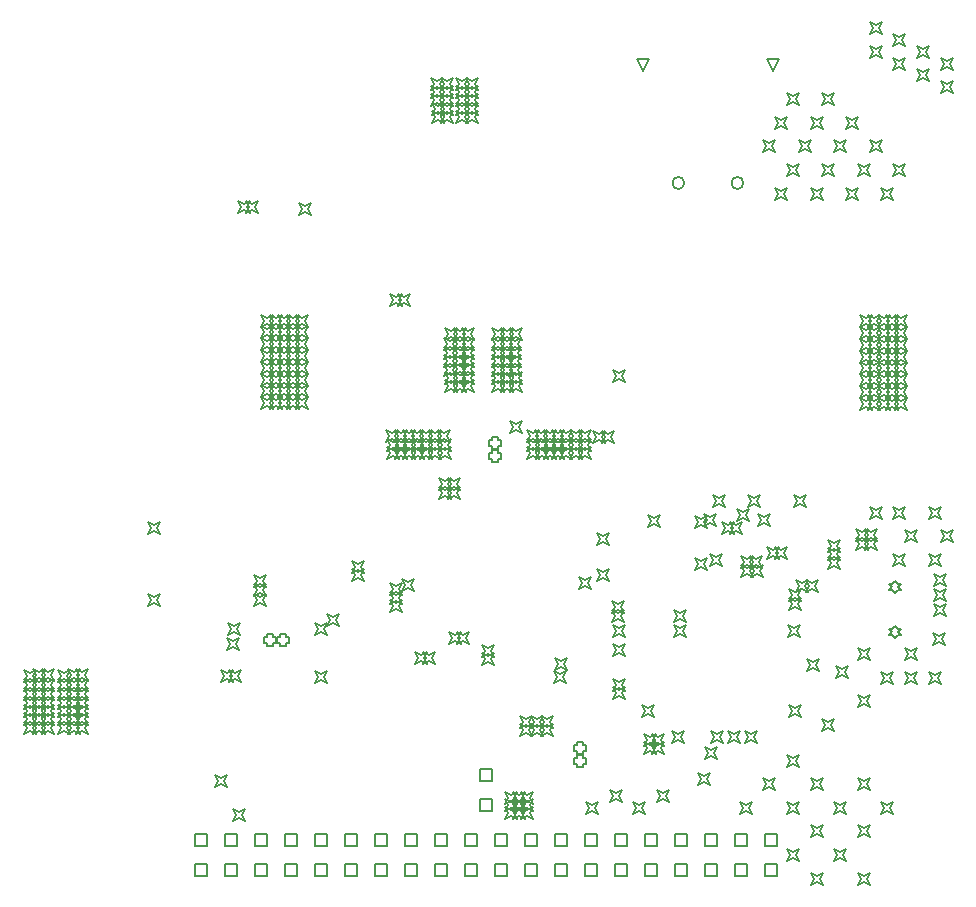
<source format=gbr>
%TF.GenerationSoftware,Altium Limited,Altium Designer,21.6.1 (37)*%
G04 Layer_Color=2752767*
%FSLAX45Y45*%
%MOMM*%
%TF.SameCoordinates,308497C2-864B-4A42-B135-7B231B7309CE*%
%TF.FilePolarity,Positive*%
%TF.FileFunction,Drawing*%
%TF.Part,Single*%
G01*
G75*
%TA.AperFunction,NonConductor*%
%ADD175C,0.12700*%
%ADD176C,0.16933*%
D175*
X3570200Y220200D02*
Y321800D01*
X3671800D01*
Y220200D01*
X3570200D01*
X3824200D02*
Y321800D01*
X3925800D01*
Y220200D01*
X3824200D01*
X4078200D02*
Y321800D01*
X4179800D01*
Y220200D01*
X4078200D01*
X4332200D02*
Y321800D01*
X4433800D01*
Y220200D01*
X4332200D01*
X4586200D02*
Y321800D01*
X4687800D01*
Y220200D01*
X4586200D01*
X4840200D02*
Y321800D01*
X4941800D01*
Y220200D01*
X4840200D01*
X5094200D02*
Y321800D01*
X5195800D01*
Y220200D01*
X5094200D01*
X5348200D02*
Y321800D01*
X5449800D01*
Y220200D01*
X5348200D01*
X5602200D02*
Y321800D01*
X5703800D01*
Y220200D01*
X5602200D01*
X6364200Y474200D02*
Y575800D01*
X6465800D01*
Y474200D01*
X6364200D01*
X6110200Y220200D02*
Y321800D01*
X6211800D01*
Y220200D01*
X6110200D01*
X5856200D02*
Y321800D01*
X5957800D01*
Y220200D01*
X5856200D01*
X6110200Y474200D02*
Y575800D01*
X6211800D01*
Y474200D01*
X6110200D01*
X3570200D02*
Y575800D01*
X3671800D01*
Y474200D01*
X3570200D01*
X3824200D02*
Y575800D01*
X3925800D01*
Y474200D01*
X3824200D01*
X4078200D02*
Y575800D01*
X4179800D01*
Y474200D01*
X4078200D01*
X4332200D02*
Y575800D01*
X4433800D01*
Y474200D01*
X4332200D01*
X4586200D02*
Y575800D01*
X4687800D01*
Y474200D01*
X4586200D01*
X4840200D02*
Y575800D01*
X4941800D01*
Y474200D01*
X4840200D01*
X5094200D02*
Y575800D01*
X5195800D01*
Y474200D01*
X5094200D01*
X5348200D02*
Y575800D01*
X5449800D01*
Y474200D01*
X5348200D01*
X5602200D02*
Y575800D01*
X5703800D01*
Y474200D01*
X5602200D01*
X5856200D02*
Y575800D01*
X5957800D01*
Y474200D01*
X5856200D01*
X6364200Y220200D02*
Y321800D01*
X6465800D01*
Y220200D01*
X6364200D01*
X1538200D02*
Y321800D01*
X1639800D01*
Y220200D01*
X1538200D01*
X1792200D02*
Y321800D01*
X1893800D01*
Y220200D01*
X1792200D01*
X2046200D02*
Y321800D01*
X2147800D01*
Y220200D01*
X2046200D01*
X2554200D02*
Y321800D01*
X2655800D01*
Y220200D01*
X2554200D01*
X2808200D02*
Y321800D01*
X2909800D01*
Y220200D01*
X2808200D01*
X3062200D02*
Y321800D01*
X3163800D01*
Y220200D01*
X3062200D01*
X3316200D02*
Y321800D01*
X3417800D01*
Y220200D01*
X3316200D01*
X3062200Y474200D02*
Y575800D01*
X3163800D01*
Y474200D01*
X3062200D01*
X3316200D02*
Y575800D01*
X3417800D01*
Y474200D01*
X3316200D01*
X2808200D02*
Y575800D01*
X2909800D01*
Y474200D01*
X2808200D01*
X2300200Y220200D02*
Y321800D01*
X2401800D01*
Y220200D01*
X2300200D01*
X1792200Y474200D02*
Y575800D01*
X1893800D01*
Y474200D01*
X1792200D01*
X2046200D02*
Y575800D01*
X2147800D01*
Y474200D01*
X2046200D01*
X2300200D02*
Y575800D01*
X2401800D01*
Y474200D01*
X2300200D01*
X2554200D02*
Y575800D01*
X2655800D01*
Y474200D01*
X2554200D01*
X1538200D02*
Y575800D01*
X1639800D01*
Y474200D01*
X1538200D01*
X5329364Y7039200D02*
X5278564Y7140800D01*
X5380164D01*
X5329364Y7039200D01*
X6429364D02*
X6378564Y7140800D01*
X6480164D01*
X6429364Y7039200D01*
X3949200Y774700D02*
Y876300D01*
X4050800D01*
Y774700D01*
X3949200D01*
Y1028700D02*
Y1130300D01*
X4050800D01*
Y1028700D01*
X3949200D01*
X7462576Y2614700D02*
X7487976Y2640100D01*
X7513376D01*
X7487976Y2665500D01*
X7513376Y2690900D01*
X7487976D01*
X7462576Y2716300D01*
X7437176Y2690900D01*
X7411776D01*
X7437176Y2665500D01*
X7411776Y2640100D01*
X7437176D01*
X7462576Y2614700D01*
Y2233700D02*
X7487976Y2259100D01*
X7513376D01*
X7487976Y2284500D01*
X7513376Y2309900D01*
X7487976D01*
X7462576Y2335300D01*
X7437176Y2309900D01*
X7411776D01*
X7437176Y2284500D01*
X7411776Y2259100D01*
X7437176D01*
X7462576Y2233700D01*
X6051700Y1349200D02*
X6077100Y1400000D01*
X6051700Y1450800D01*
X6102500Y1425400D01*
X6153300Y1450800D01*
X6127900Y1400000D01*
X6153300Y1349200D01*
X6102500Y1374600D01*
X6051700Y1349200D01*
X5903564D02*
X5928964Y1400000D01*
X5903564Y1450800D01*
X5954364Y1425400D01*
X6005164Y1450800D01*
X5979764Y1400000D01*
X6005164Y1349200D01*
X5954364Y1374600D01*
X5903564Y1349200D01*
X6565029Y2472735D02*
X6590429Y2523535D01*
X6565029Y2574335D01*
X6615829Y2548935D01*
X6666629Y2574335D01*
X6641229Y2523535D01*
X6666629Y2472735D01*
X6615829Y2498135D01*
X6565029Y2472735D01*
X6241700Y2751700D02*
X6267100Y2802500D01*
X6241700Y2853300D01*
X6292500Y2827900D01*
X6343300Y2853300D01*
X6317900Y2802500D01*
X6343300Y2751700D01*
X6292500Y2777100D01*
X6241700Y2751700D01*
X6161700D02*
X6187100Y2802500D01*
X6161700Y2853300D01*
X6212500Y2827900D01*
X6263300Y2853300D01*
X6237900Y2802500D01*
X6263300Y2751700D01*
X6212500Y2777100D01*
X6161700Y2751700D01*
X6239200Y2829200D02*
X6264600Y2880000D01*
X6239200Y2930800D01*
X6290000Y2905400D01*
X6340800Y2930800D01*
X6315400Y2880000D01*
X6340800Y2829200D01*
X6290000Y2854600D01*
X6239200Y2829200D01*
X6159200D02*
X6184600Y2880000D01*
X6159200Y2930800D01*
X6210000Y2905400D01*
X6260800Y2930800D01*
X6235400Y2880000D01*
X6260800Y2829200D01*
X6210000Y2854600D01*
X6159200Y2829200D01*
X6449200Y2909200D02*
X6474600Y2960000D01*
X6449200Y3010800D01*
X6500000Y2985400D01*
X6550800Y3010800D01*
X6525400Y2960000D01*
X6550800Y2909200D01*
X6500000Y2934600D01*
X6449200Y2909200D01*
X6379200D02*
X6404600Y2960000D01*
X6379200Y3010800D01*
X6430000Y2985400D01*
X6480800Y3010800D01*
X6455400Y2960000D01*
X6480800Y2909200D01*
X6430000Y2934600D01*
X6379200Y2909200D01*
X5899200Y2849200D02*
X5924600Y2900000D01*
X5899200Y2950800D01*
X5950000Y2925400D01*
X6000800Y2950800D01*
X5975400Y2900000D01*
X6000800Y2849200D01*
X5950000Y2874600D01*
X5899200Y2849200D01*
X5769200Y2809200D02*
X5794600Y2860000D01*
X5769200Y2910800D01*
X5820000Y2885400D01*
X5870800Y2910800D01*
X5845400Y2860000D01*
X5870800Y2809200D01*
X5820000Y2834600D01*
X5769200Y2809200D01*
X5071838Y2242494D02*
X5097238Y2293294D01*
X5071838Y2344094D01*
X5122638Y2318694D01*
X5173438Y2344094D01*
X5148038Y2293294D01*
X5173438Y2242494D01*
X5122638Y2267894D01*
X5071838Y2242494D01*
X2419200Y5819200D02*
X2444600Y5870000D01*
X2419200Y5920800D01*
X2470000Y5895400D01*
X2520800Y5920800D01*
X2495400Y5870000D01*
X2520800Y5819200D01*
X2470000Y5844600D01*
X2419200Y5819200D01*
X3259200Y5049200D02*
X3284600Y5100000D01*
X3259200Y5150800D01*
X3310000Y5125400D01*
X3360800Y5150800D01*
X3335400Y5100000D01*
X3360800Y5049200D01*
X3310000Y5074600D01*
X3259200Y5049200D01*
X3189200D02*
X3214600Y5100000D01*
X3189200Y5150800D01*
X3240000Y5125400D01*
X3290800Y5150800D01*
X3265400Y5100000D01*
X3290800Y5049200D01*
X3240000Y5074600D01*
X3189200Y5049200D01*
X4979200Y3889200D02*
X5004600Y3940000D01*
X4979200Y3990800D01*
X5030000Y3965400D01*
X5080800Y3990800D01*
X5055400Y3940000D01*
X5080800Y3889200D01*
X5030000Y3914600D01*
X4979200Y3889200D01*
X4299200Y709200D02*
X4324600Y760000D01*
X4299200Y810800D01*
X4350000Y785400D01*
X4400800Y810800D01*
X4375400Y760000D01*
X4400800Y709200D01*
X4350000Y734600D01*
X4299200Y709200D01*
Y769200D02*
X4324600Y820000D01*
X4299200Y870800D01*
X4350000Y845400D01*
X4400800Y870800D01*
X4375400Y820000D01*
X4400800Y769200D01*
X4350000Y794600D01*
X4299200Y769200D01*
Y829200D02*
X4324600Y880000D01*
X4299200Y930800D01*
X4350000Y905400D01*
X4400800Y930800D01*
X4375400Y880000D01*
X4400800Y829200D01*
X4350000Y854600D01*
X4299200Y829200D01*
X1756003Y1868216D02*
X1781403Y1919016D01*
X1756003Y1969816D01*
X1806803Y1944416D01*
X1857603Y1969816D01*
X1832203Y1919016D01*
X1857603Y1868216D01*
X1806803Y1893616D01*
X1756003Y1868216D01*
X3969200Y2009200D02*
X3994600Y2060000D01*
X3969200Y2110800D01*
X4020000Y2085400D01*
X4070800Y2110800D01*
X4045400Y2060000D01*
X4070800Y2009200D01*
X4020000Y2034600D01*
X3969200Y2009200D01*
X3689200Y2189200D02*
X3714600Y2240000D01*
X3689200Y2290800D01*
X3740000Y2265400D01*
X3790800Y2290800D01*
X3765400Y2240000D01*
X3790800Y2189200D01*
X3740000Y2214600D01*
X3689200Y2189200D01*
X3759200D02*
X3784600Y2240000D01*
X3759200Y2290800D01*
X3810000Y2265400D01*
X3860800Y2290800D01*
X3835400Y2240000D01*
X3860800Y2189200D01*
X3810000Y2214600D01*
X3759200Y2189200D01*
X3749838Y6597691D02*
X3775238Y6648491D01*
X3749838Y6699291D01*
X3800638Y6673891D01*
X3851438Y6699291D01*
X3826038Y6648491D01*
X3851438Y6597691D01*
X3800638Y6623091D01*
X3749838Y6597691D01*
X3829200Y6598564D02*
X3854600Y6649364D01*
X3829200Y6700164D01*
X3880000Y6674764D01*
X3930800Y6700164D01*
X3905400Y6649364D01*
X3930800Y6598564D01*
X3880000Y6623964D01*
X3829200Y6598564D01*
Y6669200D02*
X3854600Y6720000D01*
X3829200Y6770800D01*
X3880000Y6745400D01*
X3930800Y6770800D01*
X3905400Y6720000D01*
X3930800Y6669200D01*
X3880000Y6694600D01*
X3829200Y6669200D01*
X3749838Y6668327D02*
X3775238Y6719127D01*
X3749838Y6769927D01*
X3800638Y6744527D01*
X3851438Y6769927D01*
X3826038Y6719127D01*
X3851438Y6668327D01*
X3800638Y6693727D01*
X3749838Y6668327D01*
X3828563Y6740073D02*
X3853963Y6790873D01*
X3828563Y6841673D01*
X3879363Y6816273D01*
X3930163Y6841673D01*
X3904763Y6790873D01*
X3930163Y6740073D01*
X3879363Y6765473D01*
X3828563Y6740073D01*
X3749200Y6739200D02*
X3774600Y6790000D01*
X3749200Y6840800D01*
X3800000Y6815400D01*
X3850800Y6840800D01*
X3825400Y6790000D01*
X3850800Y6739200D01*
X3800000Y6764600D01*
X3749200Y6739200D01*
Y6809200D02*
X3774600Y6860000D01*
X3749200Y6910800D01*
X3800000Y6885400D01*
X3850800Y6910800D01*
X3825400Y6860000D01*
X3850800Y6809200D01*
X3800000Y6834600D01*
X3749200Y6809200D01*
X3828563Y6810073D02*
X3853963Y6860873D01*
X3828563Y6911673D01*
X3879363Y6886273D01*
X3930163Y6911673D01*
X3904763Y6860873D01*
X3930163Y6810073D01*
X3879363Y6835473D01*
X3828563Y6810073D01*
Y6880073D02*
X3853963Y6930873D01*
X3828563Y6981673D01*
X3879363Y6956273D01*
X3930163Y6981673D01*
X3904763Y6930873D01*
X3930163Y6880073D01*
X3879363Y6905473D01*
X3828563Y6880073D01*
X3749200Y6879200D02*
X3774600Y6930000D01*
X3749200Y6980800D01*
X3800000Y6955400D01*
X3850800Y6980800D01*
X3825400Y6930000D01*
X3850800Y6879200D01*
X3800000Y6904600D01*
X3749200Y6879200D01*
X3539837Y6597691D02*
X3565237Y6648491D01*
X3539837Y6699291D01*
X3590637Y6673891D01*
X3641437Y6699291D01*
X3616037Y6648491D01*
X3641437Y6597691D01*
X3590637Y6623091D01*
X3539837Y6597691D01*
X3619200Y6598564D02*
X3644600Y6649364D01*
X3619200Y6700164D01*
X3670000Y6674764D01*
X3720800Y6700164D01*
X3695400Y6649364D01*
X3720800Y6598564D01*
X3670000Y6623964D01*
X3619200Y6598564D01*
Y6669200D02*
X3644600Y6720000D01*
X3619200Y6770800D01*
X3670000Y6745400D01*
X3720800Y6770800D01*
X3695400Y6720000D01*
X3720800Y6669200D01*
X3670000Y6694600D01*
X3619200Y6669200D01*
X3539837Y6668327D02*
X3565237Y6719127D01*
X3539837Y6769927D01*
X3590637Y6744527D01*
X3641437Y6769927D01*
X3616037Y6719127D01*
X3641437Y6668327D01*
X3590637Y6693727D01*
X3539837Y6668327D01*
X3618562Y6740073D02*
X3643962Y6790873D01*
X3618562Y6841673D01*
X3669362Y6816273D01*
X3720162Y6841673D01*
X3694762Y6790873D01*
X3720162Y6740073D01*
X3669362Y6765473D01*
X3618562Y6740073D01*
X3539200Y6739200D02*
X3564600Y6790000D01*
X3539200Y6840800D01*
X3590000Y6815400D01*
X3640800Y6840800D01*
X3615400Y6790000D01*
X3640800Y6739200D01*
X3590000Y6764600D01*
X3539200Y6739200D01*
Y6809200D02*
X3564600Y6860000D01*
X3539200Y6910800D01*
X3590000Y6885400D01*
X3640800Y6910800D01*
X3615400Y6860000D01*
X3640800Y6809200D01*
X3590000Y6834600D01*
X3539200Y6809200D01*
X3618562Y6810073D02*
X3643962Y6860873D01*
X3618562Y6911673D01*
X3669362Y6886273D01*
X3720162Y6911673D01*
X3694762Y6860873D01*
X3720162Y6810073D01*
X3669362Y6835473D01*
X3618562Y6810073D01*
Y6880073D02*
X3643962Y6930873D01*
X3618562Y6981673D01*
X3669362Y6956273D01*
X3720162Y6981673D01*
X3694762Y6930873D01*
X3720162Y6880073D01*
X3669362Y6905473D01*
X3618562Y6880073D01*
X3539200Y6879200D02*
X3564600Y6930000D01*
X3539200Y6980800D01*
X3590000Y6955400D01*
X3640800Y6980800D01*
X3615400Y6930000D01*
X3640800Y6879200D01*
X3590000Y6904600D01*
X3539200Y6879200D01*
X529200Y1428564D02*
X554600Y1479364D01*
X529200Y1530164D01*
X580000Y1504764D01*
X630800Y1530164D01*
X605400Y1479364D01*
X630800Y1428564D01*
X580000Y1453964D01*
X529200Y1428564D01*
X379838Y1427691D02*
X405238Y1478491D01*
X379838Y1529291D01*
X430638Y1503891D01*
X481438Y1529291D01*
X456038Y1478491D01*
X481438Y1427691D01*
X430638Y1453091D01*
X379838Y1427691D01*
X459200Y1428564D02*
X484600Y1479364D01*
X459200Y1530164D01*
X510000Y1504764D01*
X560800Y1530164D01*
X535400Y1479364D01*
X560800Y1428564D01*
X510000Y1453964D01*
X459200Y1428564D01*
Y1499200D02*
X484600Y1550000D01*
X459200Y1600800D01*
X510000Y1575400D01*
X560800Y1600800D01*
X535400Y1550000D01*
X560800Y1499200D01*
X510000Y1524600D01*
X459200Y1499200D01*
X529200D02*
X554600Y1550000D01*
X529200Y1600800D01*
X580000Y1575400D01*
X630800Y1600800D01*
X605400Y1550000D01*
X630800Y1499200D01*
X580000Y1524600D01*
X529200Y1499200D01*
X379838Y1498327D02*
X405238Y1549127D01*
X379838Y1599927D01*
X430638Y1574527D01*
X481438Y1599927D01*
X456038Y1549127D01*
X481438Y1498327D01*
X430638Y1523727D01*
X379838Y1498327D01*
X458563Y1570073D02*
X483963Y1620873D01*
X458563Y1671673D01*
X509363Y1646273D01*
X560163Y1671673D01*
X534763Y1620873D01*
X560163Y1570073D01*
X509363Y1595473D01*
X458563Y1570073D01*
X379200Y1569200D02*
X404600Y1620000D01*
X379200Y1670800D01*
X430000Y1645400D01*
X480800Y1670800D01*
X455400Y1620000D01*
X480800Y1569200D01*
X430000Y1594600D01*
X379200Y1569200D01*
X528563Y1570073D02*
X553963Y1620873D01*
X528563Y1671673D01*
X579363Y1646273D01*
X630163Y1671673D01*
X604763Y1620873D01*
X630163Y1570073D01*
X579363Y1595473D01*
X528563Y1570073D01*
Y1640073D02*
X553963Y1690873D01*
X528563Y1741673D01*
X579363Y1716273D01*
X630163Y1741673D01*
X604763Y1690873D01*
X630163Y1640073D01*
X579363Y1665473D01*
X528563Y1640073D01*
X379200Y1639200D02*
X404600Y1690000D01*
X379200Y1740800D01*
X430000Y1715400D01*
X480800Y1740800D01*
X455400Y1690000D01*
X480800Y1639200D01*
X430000Y1664600D01*
X379200Y1639200D01*
X458563Y1640073D02*
X483963Y1690873D01*
X458563Y1741673D01*
X509363Y1716273D01*
X560163Y1741673D01*
X534763Y1690873D01*
X560163Y1640073D01*
X509363Y1665473D01*
X458563Y1640073D01*
Y1710073D02*
X483963Y1760873D01*
X458563Y1811673D01*
X509363Y1786273D01*
X560163Y1811673D01*
X534763Y1760873D01*
X560163Y1710073D01*
X509363Y1735473D01*
X458563Y1710073D01*
X528563D02*
X553963Y1760873D01*
X528563Y1811673D01*
X579363Y1786273D01*
X630163Y1811673D01*
X604763Y1760873D01*
X630163Y1710073D01*
X579363Y1735473D01*
X528563Y1710073D01*
X379200Y1709200D02*
X404600Y1760000D01*
X379200Y1810800D01*
X430000Y1785400D01*
X480800Y1810800D01*
X455400Y1760000D01*
X480800Y1709200D01*
X430000Y1734600D01*
X379200Y1709200D01*
X528563Y1790073D02*
X553963Y1840873D01*
X528563Y1891673D01*
X579363Y1866273D01*
X630163Y1891673D01*
X604763Y1840873D01*
X630163Y1790073D01*
X579363Y1815473D01*
X528563Y1790073D01*
X458563D02*
X483963Y1840873D01*
X458563Y1891673D01*
X509363Y1866273D01*
X560163Y1891673D01*
X534763Y1840873D01*
X560163Y1790073D01*
X509363Y1815473D01*
X458563Y1790073D01*
X379200Y1789200D02*
X404600Y1840000D01*
X379200Y1890800D01*
X430000Y1865400D01*
X480800Y1890800D01*
X455400Y1840000D01*
X480800Y1789200D01*
X430000Y1814600D01*
X379200Y1789200D01*
X379838Y1868327D02*
X405238Y1919127D01*
X379838Y1969927D01*
X430638Y1944527D01*
X481438Y1969927D01*
X456038Y1919127D01*
X481438Y1868327D01*
X430638Y1893727D01*
X379838Y1868327D01*
X459200Y1869200D02*
X484600Y1920000D01*
X459200Y1970800D01*
X510000Y1945400D01*
X560800Y1970800D01*
X535400Y1920000D01*
X560800Y1869200D01*
X510000Y1894600D01*
X459200Y1869200D01*
X529200D02*
X554600Y1920000D01*
X529200Y1970800D01*
X580000Y1945400D01*
X630800Y1970800D01*
X605400Y1920000D01*
X630800Y1869200D01*
X580000Y1894600D01*
X529200Y1869200D01*
X239200Y1428564D02*
X264600Y1479364D01*
X239200Y1530164D01*
X290000Y1504764D01*
X340800Y1530164D01*
X315400Y1479364D01*
X340800Y1428564D01*
X290000Y1453964D01*
X239200Y1428564D01*
X89838Y1427691D02*
X115238Y1478491D01*
X89838Y1529291D01*
X140638Y1503891D01*
X191438Y1529291D01*
X166038Y1478491D01*
X191438Y1427691D01*
X140638Y1453091D01*
X89838Y1427691D01*
X169200Y1428564D02*
X194600Y1479364D01*
X169200Y1530164D01*
X220000Y1504764D01*
X270800Y1530164D01*
X245400Y1479364D01*
X270800Y1428564D01*
X220000Y1453964D01*
X169200Y1428564D01*
Y1499200D02*
X194600Y1550000D01*
X169200Y1600800D01*
X220000Y1575400D01*
X270800Y1600800D01*
X245400Y1550000D01*
X270800Y1499200D01*
X220000Y1524600D01*
X169200Y1499200D01*
X239200D02*
X264600Y1550000D01*
X239200Y1600800D01*
X290000Y1575400D01*
X340800Y1600800D01*
X315400Y1550000D01*
X340800Y1499200D01*
X290000Y1524600D01*
X239200Y1499200D01*
X89838Y1498327D02*
X115238Y1549127D01*
X89838Y1599927D01*
X140638Y1574527D01*
X191438Y1599927D01*
X166038Y1549127D01*
X191438Y1498327D01*
X140638Y1523727D01*
X89838Y1498327D01*
X168563Y1570073D02*
X193963Y1620873D01*
X168563Y1671673D01*
X219363Y1646273D01*
X270163Y1671673D01*
X244763Y1620873D01*
X270163Y1570073D01*
X219363Y1595473D01*
X168563Y1570073D01*
X89200Y1569200D02*
X114600Y1620000D01*
X89200Y1670800D01*
X140000Y1645400D01*
X190800Y1670800D01*
X165400Y1620000D01*
X190800Y1569200D01*
X140000Y1594600D01*
X89200Y1569200D01*
X238562Y1570073D02*
X263962Y1620873D01*
X238562Y1671673D01*
X289362Y1646273D01*
X340162Y1671673D01*
X314762Y1620873D01*
X340162Y1570073D01*
X289362Y1595473D01*
X238562Y1570073D01*
Y1640073D02*
X263962Y1690873D01*
X238562Y1741673D01*
X289362Y1716273D01*
X340162Y1741673D01*
X314762Y1690873D01*
X340162Y1640073D01*
X289362Y1665473D01*
X238562Y1640073D01*
X89200Y1639200D02*
X114600Y1690000D01*
X89200Y1740800D01*
X140000Y1715400D01*
X190800Y1740800D01*
X165400Y1690000D01*
X190800Y1639200D01*
X140000Y1664600D01*
X89200Y1639200D01*
X168563Y1640073D02*
X193963Y1690873D01*
X168563Y1741673D01*
X219363Y1716273D01*
X270163Y1741673D01*
X244763Y1690873D01*
X270163Y1640073D01*
X219363Y1665473D01*
X168563Y1640073D01*
Y1710073D02*
X193963Y1760873D01*
X168563Y1811673D01*
X219363Y1786273D01*
X270163Y1811673D01*
X244763Y1760873D01*
X270163Y1710073D01*
X219363Y1735473D01*
X168563Y1710073D01*
X238562D02*
X263962Y1760873D01*
X238562Y1811673D01*
X289362Y1786273D01*
X340162Y1811673D01*
X314762Y1760873D01*
X340162Y1710073D01*
X289362Y1735473D01*
X238562Y1710073D01*
X89200Y1709200D02*
X114600Y1760000D01*
X89200Y1810800D01*
X140000Y1785400D01*
X190800Y1810800D01*
X165400Y1760000D01*
X190800Y1709200D01*
X140000Y1734600D01*
X89200Y1709200D01*
X238562Y1790073D02*
X263962Y1840873D01*
X238562Y1891673D01*
X289362Y1866273D01*
X340162Y1891673D01*
X314762Y1840873D01*
X340162Y1790073D01*
X289362Y1815473D01*
X238562Y1790073D01*
X168563D02*
X193963Y1840873D01*
X168563Y1891673D01*
X219363Y1866273D01*
X270163Y1891673D01*
X244763Y1840873D01*
X270163Y1790073D01*
X219363Y1815473D01*
X168563Y1790073D01*
X89200Y1789200D02*
X114600Y1840000D01*
X89200Y1890800D01*
X140000Y1865400D01*
X190800Y1890800D01*
X165400Y1840000D01*
X190800Y1789200D01*
X140000Y1814600D01*
X89200Y1789200D01*
X89838Y1868327D02*
X115238Y1919127D01*
X89838Y1969927D01*
X140638Y1944527D01*
X191438Y1969927D01*
X166038Y1919127D01*
X191438Y1868327D01*
X140638Y1893727D01*
X89838Y1868327D01*
X169200Y1869200D02*
X194600Y1920000D01*
X169200Y1970800D01*
X220000Y1945400D01*
X270800Y1970800D01*
X245400Y1920000D01*
X270800Y1869200D01*
X220000Y1894600D01*
X169200Y1869200D01*
X239200D02*
X264600Y1920000D01*
X239200Y1970800D01*
X290000Y1945400D01*
X340800Y1970800D01*
X315400Y1920000D01*
X340800Y1869200D01*
X290000Y1894600D01*
X239200Y1869200D01*
X5999200Y3119200D02*
X6024600Y3170000D01*
X5999200Y3220800D01*
X6050000Y3195400D01*
X6100800Y3220800D01*
X6075400Y3170000D01*
X6100800Y3119200D01*
X6050000Y3144600D01*
X5999200Y3119200D01*
X5769200Y3169200D02*
X5794600Y3220000D01*
X5769200Y3270800D01*
X5820000Y3245400D01*
X5870800Y3270800D01*
X5845400Y3220000D01*
X5870800Y3169200D01*
X5820000Y3194600D01*
X5769200Y3169200D01*
X5846738Y3184873D02*
X5872138Y3235673D01*
X5846738Y3286473D01*
X5897538Y3261073D01*
X5948338Y3286473D01*
X5922938Y3235673D01*
X5948338Y3184873D01*
X5897538Y3210273D01*
X5846738Y3184873D01*
X3799200Y4318564D02*
X3824600Y4369364D01*
X3799200Y4420164D01*
X3850000Y4394764D01*
X3900800Y4420164D01*
X3875400Y4369364D01*
X3900800Y4318564D01*
X3850000Y4343964D01*
X3799200Y4318564D01*
X3649838Y4317691D02*
X3675238Y4368491D01*
X3649838Y4419291D01*
X3700638Y4393891D01*
X3751438Y4419291D01*
X3726038Y4368491D01*
X3751438Y4317691D01*
X3700638Y4343091D01*
X3649838Y4317691D01*
X3729200Y4318564D02*
X3754600Y4369364D01*
X3729200Y4420164D01*
X3780000Y4394764D01*
X3830800Y4420164D01*
X3805400Y4369364D01*
X3830800Y4318564D01*
X3780000Y4343964D01*
X3729200Y4318564D01*
Y4389200D02*
X3754600Y4440000D01*
X3729200Y4490800D01*
X3780000Y4465400D01*
X3830800Y4490800D01*
X3805400Y4440000D01*
X3830800Y4389200D01*
X3780000Y4414600D01*
X3729200Y4389200D01*
X3799200D02*
X3824600Y4440000D01*
X3799200Y4490800D01*
X3850000Y4465400D01*
X3900800Y4490800D01*
X3875400Y4440000D01*
X3900800Y4389200D01*
X3850000Y4414600D01*
X3799200Y4389200D01*
X3649838Y4388327D02*
X3675238Y4439127D01*
X3649838Y4489927D01*
X3700638Y4464527D01*
X3751438Y4489927D01*
X3726038Y4439127D01*
X3751438Y4388327D01*
X3700638Y4413727D01*
X3649838Y4388327D01*
X3728563Y4460073D02*
X3753963Y4510873D01*
X3728563Y4561673D01*
X3779363Y4536273D01*
X3830163Y4561673D01*
X3804763Y4510873D01*
X3830163Y4460073D01*
X3779363Y4485473D01*
X3728563Y4460073D01*
X3649200Y4459200D02*
X3674600Y4510000D01*
X3649200Y4560800D01*
X3700000Y4535400D01*
X3750800Y4560800D01*
X3725400Y4510000D01*
X3750800Y4459200D01*
X3700000Y4484600D01*
X3649200Y4459200D01*
X3798562Y4460073D02*
X3823962Y4510873D01*
X3798562Y4561673D01*
X3849362Y4536273D01*
X3900162Y4561673D01*
X3874762Y4510873D01*
X3900162Y4460073D01*
X3849362Y4485473D01*
X3798562Y4460073D01*
Y4530073D02*
X3823962Y4580873D01*
X3798562Y4631673D01*
X3849362Y4606273D01*
X3900162Y4631673D01*
X3874762Y4580873D01*
X3900162Y4530073D01*
X3849362Y4555473D01*
X3798562Y4530073D01*
X3649200Y4529200D02*
X3674600Y4580000D01*
X3649200Y4630800D01*
X3700000Y4605400D01*
X3750800Y4630800D01*
X3725400Y4580000D01*
X3750800Y4529200D01*
X3700000Y4554600D01*
X3649200Y4529200D01*
X3728563Y4530073D02*
X3753963Y4580873D01*
X3728563Y4631673D01*
X3779363Y4606273D01*
X3830163Y4631673D01*
X3804763Y4580873D01*
X3830163Y4530073D01*
X3779363Y4555473D01*
X3728563Y4530073D01*
Y4600073D02*
X3753963Y4650873D01*
X3728563Y4701673D01*
X3779363Y4676273D01*
X3830163Y4701673D01*
X3804763Y4650873D01*
X3830163Y4600073D01*
X3779363Y4625473D01*
X3728563Y4600073D01*
X3798562D02*
X3823962Y4650873D01*
X3798562Y4701673D01*
X3849362Y4676273D01*
X3900162Y4701673D01*
X3874762Y4650873D01*
X3900162Y4600073D01*
X3849362Y4625473D01*
X3798562Y4600073D01*
X3649200Y4599200D02*
X3674600Y4650000D01*
X3649200Y4700800D01*
X3700000Y4675400D01*
X3750800Y4700800D01*
X3725400Y4650000D01*
X3750800Y4599200D01*
X3700000Y4624600D01*
X3649200Y4599200D01*
X3798562Y4680073D02*
X3823962Y4730873D01*
X3798562Y4781673D01*
X3849362Y4756273D01*
X3900162Y4781673D01*
X3874762Y4730873D01*
X3900162Y4680073D01*
X3849362Y4705473D01*
X3798562Y4680073D01*
X3728563D02*
X3753963Y4730873D01*
X3728563Y4781673D01*
X3779363Y4756273D01*
X3830163Y4781673D01*
X3804763Y4730873D01*
X3830163Y4680073D01*
X3779363Y4705473D01*
X3728563Y4680073D01*
X3649200Y4679200D02*
X3674600Y4730000D01*
X3649200Y4780800D01*
X3700000Y4755400D01*
X3750800Y4780800D01*
X3725400Y4730000D01*
X3750800Y4679200D01*
X3700000Y4704600D01*
X3649200Y4679200D01*
X3649838Y4758327D02*
X3675238Y4809127D01*
X3649838Y4859927D01*
X3700638Y4834527D01*
X3751438Y4859927D01*
X3726038Y4809127D01*
X3751438Y4758327D01*
X3700638Y4783727D01*
X3649838Y4758327D01*
X3729200Y4759200D02*
X3754600Y4810000D01*
X3729200Y4860800D01*
X3780000Y4835400D01*
X3830800Y4860800D01*
X3805400Y4810000D01*
X3830800Y4759200D01*
X3780000Y4784600D01*
X3729200Y4759200D01*
X3799200D02*
X3824600Y4810000D01*
X3799200Y4860800D01*
X3850000Y4835400D01*
X3900800Y4860800D01*
X3875400Y4810000D01*
X3900800Y4759200D01*
X3850000Y4784600D01*
X3799200Y4759200D01*
X4199837Y4317691D02*
X4225237Y4368491D01*
X4199837Y4419291D01*
X4250637Y4393891D01*
X4301437Y4419291D01*
X4276037Y4368491D01*
X4301437Y4317691D01*
X4250637Y4343091D01*
X4199837Y4317691D01*
X4050475Y4316818D02*
X4075875Y4367618D01*
X4050475Y4418418D01*
X4101275Y4393018D01*
X4152075Y4418418D01*
X4126675Y4367618D01*
X4152075Y4316818D01*
X4101275Y4342218D01*
X4050475Y4316818D01*
X4129838Y4317691D02*
X4155238Y4368491D01*
X4129838Y4419291D01*
X4180638Y4393891D01*
X4231438Y4419291D01*
X4206038Y4368491D01*
X4231438Y4317691D01*
X4180638Y4343091D01*
X4129838Y4317691D01*
Y4388327D02*
X4155238Y4439127D01*
X4129838Y4489927D01*
X4180638Y4464527D01*
X4231438Y4489927D01*
X4206038Y4439127D01*
X4231438Y4388327D01*
X4180638Y4413727D01*
X4129838Y4388327D01*
X4199837D02*
X4225237Y4439127D01*
X4199837Y4489927D01*
X4250637Y4464527D01*
X4301437Y4489927D01*
X4276037Y4439127D01*
X4301437Y4388327D01*
X4250637Y4413727D01*
X4199837Y4388327D01*
X4050475Y4387454D02*
X4075875Y4438254D01*
X4050475Y4489054D01*
X4101275Y4463654D01*
X4152075Y4489054D01*
X4126675Y4438254D01*
X4152075Y4387454D01*
X4101275Y4412854D01*
X4050475Y4387454D01*
X4129200Y4459200D02*
X4154600Y4510000D01*
X4129200Y4560800D01*
X4180000Y4535400D01*
X4230800Y4560800D01*
X4205400Y4510000D01*
X4230800Y4459200D01*
X4180000Y4484600D01*
X4129200Y4459200D01*
X4049837Y4458327D02*
X4075237Y4509127D01*
X4049837Y4559927D01*
X4100637Y4534527D01*
X4151437Y4559927D01*
X4126037Y4509127D01*
X4151437Y4458327D01*
X4100637Y4483727D01*
X4049837Y4458327D01*
X4199200Y4459200D02*
X4224600Y4510000D01*
X4199200Y4560800D01*
X4250000Y4535400D01*
X4300800Y4560800D01*
X4275400Y4510000D01*
X4300800Y4459200D01*
X4250000Y4484600D01*
X4199200Y4459200D01*
Y4529200D02*
X4224600Y4580000D01*
X4199200Y4630800D01*
X4250000Y4605400D01*
X4300800Y4630800D01*
X4275400Y4580000D01*
X4300800Y4529200D01*
X4250000Y4554600D01*
X4199200Y4529200D01*
X4049837Y4528327D02*
X4075237Y4579127D01*
X4049837Y4629927D01*
X4100637Y4604527D01*
X4151437Y4629927D01*
X4126037Y4579127D01*
X4151437Y4528327D01*
X4100637Y4553727D01*
X4049837Y4528327D01*
X4129200Y4529200D02*
X4154600Y4580000D01*
X4129200Y4630800D01*
X4180000Y4605400D01*
X4230800Y4630800D01*
X4205400Y4580000D01*
X4230800Y4529200D01*
X4180000Y4554600D01*
X4129200Y4529200D01*
Y4599200D02*
X4154600Y4650000D01*
X4129200Y4700800D01*
X4180000Y4675400D01*
X4230800Y4700800D01*
X4205400Y4650000D01*
X4230800Y4599200D01*
X4180000Y4624600D01*
X4129200Y4599200D01*
X4199200D02*
X4224600Y4650000D01*
X4199200Y4700800D01*
X4250000Y4675400D01*
X4300800Y4700800D01*
X4275400Y4650000D01*
X4300800Y4599200D01*
X4250000Y4624600D01*
X4199200Y4599200D01*
X4049837Y4598327D02*
X4075237Y4649127D01*
X4049837Y4699927D01*
X4100637Y4674527D01*
X4151437Y4699927D01*
X4126037Y4649127D01*
X4151437Y4598327D01*
X4100637Y4623727D01*
X4049837Y4598327D01*
X4199200Y4679200D02*
X4224600Y4730000D01*
X4199200Y4780800D01*
X4250000Y4755400D01*
X4300800Y4780800D01*
X4275400Y4730000D01*
X4300800Y4679200D01*
X4250000Y4704600D01*
X4199200Y4679200D01*
X4129200D02*
X4154600Y4730000D01*
X4129200Y4780800D01*
X4180000Y4755400D01*
X4230800Y4780800D01*
X4205400Y4730000D01*
X4230800Y4679200D01*
X4180000Y4704600D01*
X4129200Y4679200D01*
X4049837Y4678327D02*
X4075237Y4729127D01*
X4049837Y4779927D01*
X4100637Y4754527D01*
X4151437Y4779927D01*
X4126037Y4729127D01*
X4151437Y4678327D01*
X4100637Y4703727D01*
X4049837Y4678327D01*
X4050475Y4757454D02*
X4075875Y4808254D01*
X4050475Y4859054D01*
X4101275Y4833654D01*
X4152075Y4859054D01*
X4126675Y4808254D01*
X4152075Y4757454D01*
X4101275Y4782854D01*
X4050475Y4757454D01*
X4129838Y4758327D02*
X4155238Y4809127D01*
X4129838Y4859927D01*
X4180638Y4834527D01*
X4231438Y4859927D01*
X4206038Y4809127D01*
X4231438Y4758327D01*
X4180638Y4783727D01*
X4129838Y4758327D01*
X4199837D02*
X4225237Y4809127D01*
X4199837Y4859927D01*
X4250637Y4834527D01*
X4301437Y4859927D01*
X4276037Y4809127D01*
X4301437Y4758327D01*
X4250637Y4783727D01*
X4199837Y4758327D01*
X4349437Y3749838D02*
X4374837Y3800638D01*
X4349437Y3851438D01*
X4400237Y3826038D01*
X4451037Y3851438D01*
X4425637Y3800638D01*
X4451037Y3749838D01*
X4400237Y3775238D01*
X4349437Y3749838D01*
X4348564Y3899200D02*
X4373964Y3950000D01*
X4348564Y4000800D01*
X4399364Y3975400D01*
X4450164Y4000800D01*
X4424764Y3950000D01*
X4450164Y3899200D01*
X4399364Y3924600D01*
X4348564Y3899200D01*
X4349437Y3819837D02*
X4374837Y3870637D01*
X4349437Y3921437D01*
X4400237Y3896037D01*
X4451037Y3921437D01*
X4425637Y3870637D01*
X4451037Y3819837D01*
X4400237Y3845237D01*
X4349437Y3819837D01*
X4420073D02*
X4445473Y3870637D01*
X4420073Y3921437D01*
X4470873Y3896037D01*
X4521673Y3921437D01*
X4496273Y3870637D01*
X4521673Y3819837D01*
X4470873Y3845237D01*
X4420073Y3819837D01*
Y3749838D02*
X4445473Y3800638D01*
X4420073Y3851438D01*
X4470873Y3826038D01*
X4521673Y3851438D01*
X4496273Y3800638D01*
X4521673Y3749838D01*
X4470873Y3775238D01*
X4420073Y3749838D01*
X4419200Y3899200D02*
X4444600Y3950000D01*
X4419200Y4000800D01*
X4470000Y3975400D01*
X4520800Y4000800D01*
X4495400Y3950000D01*
X4520800Y3899200D01*
X4470000Y3924600D01*
X4419200Y3899200D01*
X4490946Y3820475D02*
X4516346Y3871275D01*
X4490946Y3922075D01*
X4541746Y3896675D01*
X4592546Y3922075D01*
X4567146Y3871275D01*
X4592546Y3820475D01*
X4541746Y3845875D01*
X4490946Y3820475D01*
X4490073Y3899838D02*
X4515473Y3950638D01*
X4490073Y4001438D01*
X4540873Y3976038D01*
X4591673Y4001438D01*
X4566273Y3950638D01*
X4591673Y3899838D01*
X4540873Y3925238D01*
X4490073Y3899838D01*
X4490946Y3750475D02*
X4516346Y3801275D01*
X4490946Y3852075D01*
X4541746Y3826675D01*
X4592546Y3852075D01*
X4567146Y3801275D01*
X4592546Y3750475D01*
X4541746Y3775875D01*
X4490946Y3750475D01*
X4560946D02*
X4586346Y3801275D01*
X4560946Y3852075D01*
X4611746Y3826675D01*
X4662546Y3852075D01*
X4637146Y3801275D01*
X4662546Y3750475D01*
X4611746Y3775875D01*
X4560946Y3750475D01*
X4560073Y3899838D02*
X4585473Y3950638D01*
X4560073Y4001438D01*
X4610873Y3976038D01*
X4661673Y4001438D01*
X4636273Y3950638D01*
X4661673Y3899838D01*
X4610873Y3925238D01*
X4560073Y3899838D01*
X4560946Y3820475D02*
X4586346Y3871275D01*
X4560946Y3922075D01*
X4611746Y3896675D01*
X4662546Y3922075D01*
X4637146Y3871275D01*
X4662546Y3820475D01*
X4611746Y3845875D01*
X4560946Y3820475D01*
X4630946D02*
X4656346Y3871275D01*
X4630946Y3922075D01*
X4681746Y3896675D01*
X4732546Y3922075D01*
X4707146Y3871275D01*
X4732546Y3820475D01*
X4681746Y3845875D01*
X4630946Y3820475D01*
Y3750475D02*
X4656346Y3801275D01*
X4630946Y3852075D01*
X4681746Y3826675D01*
X4732546Y3852075D01*
X4707146Y3801275D01*
X4732546Y3750475D01*
X4681746Y3775875D01*
X4630946Y3750475D01*
X4630073Y3899838D02*
X4655473Y3950638D01*
X4630073Y4001438D01*
X4680873Y3976038D01*
X4731673Y4001438D01*
X4706273Y3950638D01*
X4731673Y3899838D01*
X4680873Y3925238D01*
X4630073Y3899838D01*
X4710946Y3750475D02*
X4736346Y3801275D01*
X4710946Y3852075D01*
X4761746Y3826675D01*
X4812546Y3852075D01*
X4787146Y3801275D01*
X4812546Y3750475D01*
X4761746Y3775875D01*
X4710946Y3750475D01*
Y3820475D02*
X4736346Y3871275D01*
X4710946Y3922075D01*
X4761746Y3896675D01*
X4812546Y3922075D01*
X4787146Y3871275D01*
X4812546Y3820475D01*
X4761746Y3845875D01*
X4710946Y3820475D01*
X4710073Y3899838D02*
X4735473Y3950638D01*
X4710073Y4001438D01*
X4760873Y3976038D01*
X4811673Y4001438D01*
X4786273Y3950638D01*
X4811673Y3899838D01*
X4760873Y3925238D01*
X4710073Y3899838D01*
X4789200Y3899200D02*
X4814600Y3950000D01*
X4789200Y4000800D01*
X4840000Y3975400D01*
X4890800Y4000800D01*
X4865400Y3950000D01*
X4890800Y3899200D01*
X4840000Y3924600D01*
X4789200Y3899200D01*
X4790073Y3819837D02*
X4815473Y3870637D01*
X4790073Y3921437D01*
X4840873Y3896037D01*
X4891673Y3921437D01*
X4866273Y3870637D01*
X4891673Y3819837D01*
X4840873Y3845237D01*
X4790073Y3819837D01*
Y3749838D02*
X4815473Y3800638D01*
X4790073Y3851438D01*
X4840873Y3826038D01*
X4891673Y3851438D01*
X4866273Y3800638D01*
X4891673Y3749838D01*
X4840873Y3775238D01*
X4790073Y3749838D01*
X3599200Y3749200D02*
X3624600Y3800000D01*
X3599200Y3850800D01*
X3650000Y3825400D01*
X3700800Y3850800D01*
X3675400Y3800000D01*
X3700800Y3749200D01*
X3650000Y3774600D01*
X3599200Y3749200D01*
Y3819200D02*
X3624600Y3870000D01*
X3599200Y3920800D01*
X3650000Y3895400D01*
X3700800Y3920800D01*
X3675400Y3870000D01*
X3700800Y3819200D01*
X3650000Y3844600D01*
X3599200Y3819200D01*
X3598327Y3898562D02*
X3623727Y3949362D01*
X3598327Y4000162D01*
X3649127Y3974762D01*
X3699927Y4000162D01*
X3674527Y3949362D01*
X3699927Y3898562D01*
X3649127Y3923962D01*
X3598327Y3898562D01*
X3519200Y3899200D02*
X3544600Y3950000D01*
X3519200Y4000800D01*
X3570000Y3975400D01*
X3620800Y4000800D01*
X3595400Y3950000D01*
X3620800Y3899200D01*
X3570000Y3924600D01*
X3519200Y3899200D01*
X3520073Y3819837D02*
X3545473Y3870637D01*
X3520073Y3921437D01*
X3570873Y3896037D01*
X3621673Y3921437D01*
X3596273Y3870637D01*
X3621673Y3819837D01*
X3570873Y3845237D01*
X3520073Y3819837D01*
Y3749838D02*
X3545473Y3800638D01*
X3520073Y3851438D01*
X3570873Y3826038D01*
X3621673Y3851438D01*
X3596273Y3800638D01*
X3621673Y3749838D01*
X3570873Y3775238D01*
X3520073Y3749838D01*
X3439200Y3899200D02*
X3464600Y3950000D01*
X3439200Y4000800D01*
X3490000Y3975400D01*
X3540800Y4000800D01*
X3515400Y3950000D01*
X3540800Y3899200D01*
X3490000Y3924600D01*
X3439200Y3899200D01*
X3440073Y3749838D02*
X3465473Y3800638D01*
X3440073Y3851438D01*
X3490873Y3826038D01*
X3541673Y3851438D01*
X3516273Y3800638D01*
X3541673Y3749838D01*
X3490873Y3775238D01*
X3440073Y3749838D01*
Y3819837D02*
X3465473Y3870637D01*
X3440073Y3921437D01*
X3490873Y3896037D01*
X3541673Y3921437D01*
X3516273Y3870637D01*
X3541673Y3819837D01*
X3490873Y3845237D01*
X3440073Y3819837D01*
X3370073D02*
X3395473Y3870637D01*
X3370073Y3921437D01*
X3420873Y3896037D01*
X3471673Y3921437D01*
X3446273Y3870637D01*
X3471673Y3819837D01*
X3420873Y3845237D01*
X3370073Y3819837D01*
X3369200Y3899200D02*
X3394600Y3950000D01*
X3369200Y4000800D01*
X3420000Y3975400D01*
X3470800Y4000800D01*
X3445400Y3950000D01*
X3470800Y3899200D01*
X3420000Y3924600D01*
X3369200Y3899200D01*
X3370073Y3749838D02*
X3395473Y3800638D01*
X3370073Y3851438D01*
X3420873Y3826038D01*
X3471673Y3851438D01*
X3446273Y3800638D01*
X3471673Y3749838D01*
X3420873Y3775238D01*
X3370073Y3749838D01*
X3300073D02*
X3325473Y3800638D01*
X3300073Y3851438D01*
X3350873Y3826038D01*
X3401673Y3851438D01*
X3376273Y3800638D01*
X3401673Y3749838D01*
X3350873Y3775238D01*
X3300073Y3749838D01*
X3299200Y3899200D02*
X3324600Y3950000D01*
X3299200Y4000800D01*
X3350000Y3975400D01*
X3400800Y4000800D01*
X3375400Y3950000D01*
X3400800Y3899200D01*
X3350000Y3924600D01*
X3299200Y3899200D01*
X3300073Y3819837D02*
X3325473Y3870637D01*
X3300073Y3921437D01*
X3350873Y3896037D01*
X3401673Y3921437D01*
X3376273Y3870637D01*
X3401673Y3819837D01*
X3350873Y3845237D01*
X3300073Y3819837D01*
X3228327Y3898562D02*
X3253727Y3949362D01*
X3228327Y4000162D01*
X3279127Y3974762D01*
X3329927Y4000162D01*
X3304527Y3949362D01*
X3329927Y3898562D01*
X3279127Y3923962D01*
X3228327Y3898562D01*
X3229200Y3749200D02*
X3254600Y3800000D01*
X3229200Y3850800D01*
X3280000Y3825400D01*
X3330800Y3850800D01*
X3305400Y3800000D01*
X3330800Y3749200D01*
X3280000Y3774600D01*
X3229200Y3749200D01*
Y3819200D02*
X3254600Y3870000D01*
X3229200Y3920800D01*
X3280000Y3895400D01*
X3330800Y3920800D01*
X3305400Y3870000D01*
X3330800Y3819200D01*
X3280000Y3844600D01*
X3229200Y3819200D01*
X7849200Y6849200D02*
X7874600Y6900000D01*
X7849200Y6950800D01*
X7900000Y6925400D01*
X7950800Y6950800D01*
X7925400Y6900000D01*
X7950800Y6849200D01*
X7900000Y6874600D01*
X7849200Y6849200D01*
Y7049200D02*
X7874600Y7100000D01*
X7849200Y7150800D01*
X7900000Y7125400D01*
X7950800Y7150800D01*
X7925400Y7100000D01*
X7950800Y7049200D01*
X7900000Y7074600D01*
X7849200Y7049200D01*
X7649200Y6949200D02*
X7674600Y7000000D01*
X7649200Y7050800D01*
X7700000Y7025400D01*
X7750800Y7050800D01*
X7725400Y7000000D01*
X7750800Y6949200D01*
X7700000Y6974600D01*
X7649200Y6949200D01*
Y7149200D02*
X7674600Y7200000D01*
X7649200Y7250800D01*
X7700000Y7225400D01*
X7750800Y7250800D01*
X7725400Y7200000D01*
X7750800Y7149200D01*
X7700000Y7174600D01*
X7649200Y7149200D01*
X7449200Y7049200D02*
X7474600Y7100000D01*
X7449200Y7150800D01*
X7500000Y7125400D01*
X7550800Y7150800D01*
X7525400Y7100000D01*
X7550800Y7049200D01*
X7500000Y7074600D01*
X7449200Y7049200D01*
X7149200Y149200D02*
X7174600Y200000D01*
X7149200Y250800D01*
X7200000Y225400D01*
X7250800Y250800D01*
X7225400Y200000D01*
X7250800Y149200D01*
X7200000Y174600D01*
X7149200Y149200D01*
X6749200D02*
X6774600Y200000D01*
X6749200Y250800D01*
X6800000Y225400D01*
X6850800Y250800D01*
X6825400Y200000D01*
X6850800Y149200D01*
X6800000Y174600D01*
X6749200Y149200D01*
X6549200Y349200D02*
X6574600Y400000D01*
X6549200Y450800D01*
X6600000Y425400D01*
X6650800Y450800D01*
X6625400Y400000D01*
X6650800Y349200D01*
X6600000Y374600D01*
X6549200Y349200D01*
X6949200D02*
X6974600Y400000D01*
X6949200Y450800D01*
X7000000Y425400D01*
X7050800Y450800D01*
X7025400Y400000D01*
X7050800Y349200D01*
X7000000Y374600D01*
X6949200Y349200D01*
X7149200Y549200D02*
X7174600Y600000D01*
X7149200Y650800D01*
X7200000Y625400D01*
X7250800Y650800D01*
X7225400Y600000D01*
X7250800Y549200D01*
X7200000Y574600D01*
X7149200Y549200D01*
X6749200D02*
X6774600Y600000D01*
X6749200Y650800D01*
X6800000Y625400D01*
X6850800Y650800D01*
X6825400Y600000D01*
X6850800Y549200D01*
X6800000Y574600D01*
X6749200Y549200D01*
X7249200Y7349200D02*
X7274600Y7400000D01*
X7249200Y7450800D01*
X7300000Y7425400D01*
X7350800Y7450800D01*
X7325400Y7400000D01*
X7350800Y7349200D01*
X7300000Y7374600D01*
X7249200Y7349200D01*
X7449200Y7249200D02*
X7474600Y7300000D01*
X7449200Y7350800D01*
X7500000Y7325400D01*
X7550800Y7350800D01*
X7525400Y7300000D01*
X7550800Y7249200D01*
X7500000Y7274600D01*
X7449200Y7249200D01*
X7249200Y7149200D02*
X7274600Y7200000D01*
X7249200Y7250800D01*
X7300000Y7225400D01*
X7350800Y7250800D01*
X7325400Y7200000D01*
X7350800Y7149200D01*
X7300000Y7174600D01*
X7249200Y7149200D01*
X6449200Y5949200D02*
X6474600Y6000000D01*
X6449200Y6050800D01*
X6500000Y6025400D01*
X6550800Y6050800D01*
X6525400Y6000000D01*
X6550800Y5949200D01*
X6500000Y5974600D01*
X6449200Y5949200D01*
X6749200D02*
X6774600Y6000000D01*
X6749200Y6050800D01*
X6800000Y6025400D01*
X6850800Y6050800D01*
X6825400Y6000000D01*
X6850800Y5949200D01*
X6800000Y5974600D01*
X6749200Y5949200D01*
X7049200D02*
X7074600Y6000000D01*
X7049200Y6050800D01*
X7100000Y6025400D01*
X7150800Y6050800D01*
X7125400Y6000000D01*
X7150800Y5949200D01*
X7100000Y5974600D01*
X7049200Y5949200D01*
X7349200D02*
X7374600Y6000000D01*
X7349200Y6050800D01*
X7400000Y6025400D01*
X7450800Y6050800D01*
X7425400Y6000000D01*
X7450800Y5949200D01*
X7400000Y5974600D01*
X7349200Y5949200D01*
X7449200Y6149200D02*
X7474600Y6200000D01*
X7449200Y6250800D01*
X7500000Y6225400D01*
X7550800Y6250800D01*
X7525400Y6200000D01*
X7550800Y6149200D01*
X7500000Y6174600D01*
X7449200Y6149200D01*
X7149200D02*
X7174600Y6200000D01*
X7149200Y6250800D01*
X7200000Y6225400D01*
X7250800Y6250800D01*
X7225400Y6200000D01*
X7250800Y6149200D01*
X7200000Y6174600D01*
X7149200Y6149200D01*
X6849200D02*
X6874600Y6200000D01*
X6849200Y6250800D01*
X6900000Y6225400D01*
X6950800Y6250800D01*
X6925400Y6200000D01*
X6950800Y6149200D01*
X6900000Y6174600D01*
X6849200Y6149200D01*
X6549200D02*
X6574600Y6200000D01*
X6549200Y6250800D01*
X6600000Y6225400D01*
X6650800Y6250800D01*
X6625400Y6200000D01*
X6650800Y6149200D01*
X6600000Y6174600D01*
X6549200Y6149200D01*
X6349200Y6349200D02*
X6374600Y6400000D01*
X6349200Y6450800D01*
X6400000Y6425400D01*
X6450800Y6450800D01*
X6425400Y6400000D01*
X6450800Y6349200D01*
X6400000Y6374600D01*
X6349200Y6349200D01*
X6649200D02*
X6674600Y6400000D01*
X6649200Y6450800D01*
X6700000Y6425400D01*
X6750800Y6450800D01*
X6725400Y6400000D01*
X6750800Y6349200D01*
X6700000Y6374600D01*
X6649200Y6349200D01*
X6949200D02*
X6974600Y6400000D01*
X6949200Y6450800D01*
X7000000Y6425400D01*
X7050800Y6450800D01*
X7025400Y6400000D01*
X7050800Y6349200D01*
X7000000Y6374600D01*
X6949200Y6349200D01*
X7249200D02*
X7274600Y6400000D01*
X7249200Y6450800D01*
X7300000Y6425400D01*
X7350800Y6450800D01*
X7325400Y6400000D01*
X7350800Y6349200D01*
X7300000Y6374600D01*
X7249200Y6349200D01*
X7049200Y6549200D02*
X7074600Y6600000D01*
X7049200Y6650800D01*
X7100000Y6625400D01*
X7150800Y6650800D01*
X7125400Y6600000D01*
X7150800Y6549200D01*
X7100000Y6574600D01*
X7049200Y6549200D01*
X6849200Y6749200D02*
X6874600Y6800000D01*
X6849200Y6850800D01*
X6900000Y6825400D01*
X6950800Y6850800D01*
X6925400Y6800000D01*
X6950800Y6749200D01*
X6900000Y6774600D01*
X6849200Y6749200D01*
X6749200Y6549200D02*
X6774600Y6600000D01*
X6749200Y6650800D01*
X6800000Y6625400D01*
X6850800Y6650800D01*
X6825400Y6600000D01*
X6850800Y6549200D01*
X6800000Y6574600D01*
X6749200Y6549200D01*
X6449200D02*
X6474600Y6600000D01*
X6449200Y6650800D01*
X6500000Y6625400D01*
X6550800Y6650800D01*
X6525400Y6600000D01*
X6550800Y6549200D01*
X6500000Y6574600D01*
X6449200Y6549200D01*
X6549200Y6749200D02*
X6574600Y6800000D01*
X6549200Y6850800D01*
X6600000Y6825400D01*
X6650800Y6850800D01*
X6625400Y6800000D01*
X6650800Y6749200D01*
X6600000Y6774600D01*
X6549200Y6749200D01*
X7549200Y1849200D02*
X7574600Y1900000D01*
X7549200Y1950800D01*
X7600000Y1925400D01*
X7650800Y1950800D01*
X7625400Y1900000D01*
X7650800Y1849200D01*
X7600000Y1874600D01*
X7549200Y1849200D01*
X4849200Y749200D02*
X4874600Y800000D01*
X4849200Y850800D01*
X4900000Y825400D01*
X4950800Y850800D01*
X4925400Y800000D01*
X4950800Y749200D01*
X4900000Y774600D01*
X4849200Y749200D01*
X5049200Y849200D02*
X5074600Y900000D01*
X5049200Y950800D01*
X5100000Y925400D01*
X5150800Y950800D01*
X5125400Y900000D01*
X5150800Y849200D01*
X5100000Y874600D01*
X5049200Y849200D01*
X5249200Y749200D02*
X5274600Y800000D01*
X5249200Y850800D01*
X5300000Y825400D01*
X5350800Y850800D01*
X5325400Y800000D01*
X5350800Y749200D01*
X5300000Y774600D01*
X5249200Y749200D01*
X5449200Y849200D02*
X5474600Y900000D01*
X5449200Y950800D01*
X5500000Y925400D01*
X5550800Y950800D01*
X5525400Y900000D01*
X5550800Y849200D01*
X5500000Y874600D01*
X5449200Y849200D01*
X7249200Y3249200D02*
X7274600Y3300000D01*
X7249200Y3350800D01*
X7300000Y3325400D01*
X7350800Y3350800D01*
X7325400Y3300000D01*
X7350800Y3249200D01*
X7300000Y3274600D01*
X7249200Y3249200D01*
X7749200Y2849200D02*
X7774600Y2900000D01*
X7749200Y2950800D01*
X7800000Y2925400D01*
X7850800Y2950800D01*
X7825400Y2900000D01*
X7850800Y2849200D01*
X7800000Y2874600D01*
X7749200Y2849200D01*
X7449200D02*
X7474600Y2900000D01*
X7449200Y2950800D01*
X7500000Y2925400D01*
X7550800Y2950800D01*
X7525400Y2900000D01*
X7550800Y2849200D01*
X7500000Y2874600D01*
X7449200Y2849200D01*
X7849200Y3049200D02*
X7874600Y3100000D01*
X7849200Y3150800D01*
X7900000Y3125400D01*
X7950800Y3150800D01*
X7925400Y3100000D01*
X7950800Y3049200D01*
X7900000Y3074600D01*
X7849200Y3049200D01*
X7549200D02*
X7574600Y3100000D01*
X7549200Y3150800D01*
X7600000Y3125400D01*
X7650800Y3150800D01*
X7625400Y3100000D01*
X7650800Y3049200D01*
X7600000Y3074600D01*
X7549200Y3049200D01*
X7749200Y3249200D02*
X7774600Y3300000D01*
X7749200Y3350800D01*
X7800000Y3325400D01*
X7850800Y3350800D01*
X7825400Y3300000D01*
X7850800Y3249200D01*
X7800000Y3274600D01*
X7749200Y3249200D01*
X7449200D02*
X7474600Y3300000D01*
X7449200Y3350800D01*
X7500000Y3325400D01*
X7550800Y3350800D01*
X7525400Y3300000D01*
X7550800Y3249200D01*
X7500000Y3274600D01*
X7449200Y3249200D01*
X7149200Y2049200D02*
X7174600Y2100000D01*
X7149200Y2150800D01*
X7200000Y2125400D01*
X7250800Y2150800D01*
X7225400Y2100000D01*
X7250800Y2049200D01*
X7200000Y2074600D01*
X7149200Y2049200D01*
X7749200Y1849200D02*
X7774600Y1900000D01*
X7749200Y1950800D01*
X7800000Y1925400D01*
X7850800Y1950800D01*
X7825400Y1900000D01*
X7850800Y1849200D01*
X7800000Y1874600D01*
X7749200Y1849200D01*
X7549200Y2049200D02*
X7574600Y2100000D01*
X7549200Y2150800D01*
X7600000Y2125400D01*
X7650800Y2150800D01*
X7625400Y2100000D01*
X7650800Y2049200D01*
X7600000Y2074600D01*
X7549200Y2049200D01*
X7349200Y1849200D02*
X7374600Y1900000D01*
X7349200Y1950800D01*
X7400000Y1925400D01*
X7450800Y1950800D01*
X7425400Y1900000D01*
X7450800Y1849200D01*
X7400000Y1874600D01*
X7349200Y1849200D01*
X7149200Y1649200D02*
X7174600Y1700000D01*
X7149200Y1750800D01*
X7200000Y1725400D01*
X7250800Y1750800D01*
X7225400Y1700000D01*
X7250800Y1649200D01*
X7200000Y1674600D01*
X7149200Y1649200D01*
X6849200Y1449200D02*
X6874600Y1500000D01*
X6849200Y1550800D01*
X6900000Y1525400D01*
X6950800Y1550800D01*
X6925400Y1500000D01*
X6950800Y1449200D01*
X6900000Y1474600D01*
X6849200Y1449200D01*
X6549200Y1149200D02*
X6574600Y1200000D01*
X6549200Y1250800D01*
X6600000Y1225400D01*
X6650800Y1250800D01*
X6625400Y1200000D01*
X6650800Y1149200D01*
X6600000Y1174600D01*
X6549200Y1149200D01*
X7349200Y749200D02*
X7374600Y800000D01*
X7349200Y850800D01*
X7400000Y825400D01*
X7450800Y850800D01*
X7425400Y800000D01*
X7450800Y749200D01*
X7400000Y774600D01*
X7349200Y749200D01*
X7149200Y949200D02*
X7174600Y1000000D01*
X7149200Y1050800D01*
X7200000Y1025400D01*
X7250800Y1050800D01*
X7225400Y1000000D01*
X7250800Y949200D01*
X7200000Y974600D01*
X7149200Y949200D01*
X6949200Y749200D02*
X6974600Y800000D01*
X6949200Y850800D01*
X7000000Y825400D01*
X7050800Y850800D01*
X7025400Y800000D01*
X7050800Y749200D01*
X7000000Y774600D01*
X6949200Y749200D01*
X6749200Y949200D02*
X6774600Y1000000D01*
X6749200Y1050800D01*
X6800000Y1025400D01*
X6850800Y1050800D01*
X6825400Y1000000D01*
X6850800Y949200D01*
X6800000Y974600D01*
X6749200Y949200D01*
X6549200Y749200D02*
X6574600Y800000D01*
X6549200Y850800D01*
X6600000Y825400D01*
X6650800Y850800D01*
X6625400Y800000D01*
X6650800Y749200D01*
X6600000Y774600D01*
X6549200Y749200D01*
X6349200Y949200D02*
X6374600Y1000000D01*
X6349200Y1050800D01*
X6400000Y1025400D01*
X6450800Y1050800D01*
X6425400Y1000000D01*
X6450800Y949200D01*
X6400000Y974600D01*
X6349200Y949200D01*
X6149200Y749200D02*
X6174600Y800000D01*
X6149200Y850800D01*
X6200000Y825400D01*
X6250800Y850800D01*
X6225400Y800000D01*
X6250800Y749200D01*
X6200000Y774600D01*
X6149200Y749200D01*
X3599200Y3489200D02*
X3624600Y3540000D01*
X3599200Y3590800D01*
X3650000Y3565400D01*
X3700800Y3590800D01*
X3675400Y3540000D01*
X3700800Y3489200D01*
X3650000Y3514600D01*
X3599200Y3489200D01*
X3679200D02*
X3704600Y3540000D01*
X3679200Y3590800D01*
X3730000Y3565400D01*
X3780800Y3590800D01*
X3755400Y3540000D01*
X3780800Y3489200D01*
X3730000Y3514600D01*
X3679200Y3489200D01*
X4908564Y3889200D02*
X4933964Y3940000D01*
X4908564Y3990800D01*
X4959364Y3965400D01*
X5010164Y3990800D01*
X4984764Y3940000D01*
X5010164Y3889200D01*
X4959364Y3914600D01*
X4908564Y3889200D01*
X3599200Y3416700D02*
X3624600Y3467500D01*
X3599200Y3518300D01*
X3650000Y3492900D01*
X3700800Y3518300D01*
X3675400Y3467500D01*
X3700800Y3416700D01*
X3650000Y3442100D01*
X3599200Y3416700D01*
X3679200D02*
X3704600Y3467500D01*
X3679200Y3518300D01*
X3730000Y3492900D01*
X3780800Y3518300D01*
X3755400Y3467500D01*
X3780800Y3416700D01*
X3730000Y3442100D01*
X3679200Y3416700D01*
X6899200Y2969200D02*
X6924600Y3020000D01*
X6899200Y3070800D01*
X6950000Y3045400D01*
X7000800Y3070800D01*
X6975400Y3020000D01*
X7000800Y2969200D01*
X6950000Y2994600D01*
X6899200Y2969200D01*
Y2894200D02*
X6924600Y2945000D01*
X6899200Y2995800D01*
X6950000Y2970400D01*
X7000800Y2995800D01*
X6975400Y2945000D01*
X7000800Y2894200D01*
X6950000Y2919600D01*
X6899200Y2894200D01*
Y2821700D02*
X6924600Y2872500D01*
X6899200Y2923300D01*
X6950000Y2897900D01*
X7000800Y2923300D01*
X6975400Y2872500D01*
X7000800Y2821700D01*
X6950000Y2847100D01*
X6899200Y2821700D01*
X1904200Y5834200D02*
X1929600Y5885000D01*
X1904200Y5935800D01*
X1955000Y5910400D01*
X2005800Y5935800D01*
X1980400Y5885000D01*
X2005800Y5834200D01*
X1955000Y5859600D01*
X1904200Y5834200D01*
X1971700D02*
X1997100Y5885000D01*
X1971700Y5935800D01*
X2022500Y5910400D01*
X2073300Y5935800D01*
X2047900Y5885000D01*
X2073300Y5834200D01*
X2022500Y5859600D01*
X1971700Y5834200D01*
X1823378Y1868465D02*
X1848778Y1919265D01*
X1823378Y1970065D01*
X1874178Y1944665D01*
X1924978Y1970065D01*
X1899578Y1919265D01*
X1924978Y1868465D01*
X1874178Y1893865D01*
X1823378Y1868465D01*
X4378564Y1409200D02*
X4403964Y1460000D01*
X4378564Y1510800D01*
X4429364Y1485400D01*
X4480164Y1510800D01*
X4454764Y1460000D01*
X4480164Y1409200D01*
X4429364Y1434600D01*
X4378564Y1409200D01*
Y1479200D02*
X4403964Y1530000D01*
X4378564Y1580800D01*
X4429364Y1555400D01*
X4480164Y1580800D01*
X4454764Y1530000D01*
X4480164Y1479200D01*
X4429364Y1504600D01*
X4378564Y1479200D01*
X4468564D02*
X4493964Y1530000D01*
X4468564Y1580800D01*
X4519364Y1555400D01*
X4570164Y1580800D01*
X4544764Y1530000D01*
X4570164Y1479200D01*
X4519364Y1504600D01*
X4468564Y1479200D01*
X6193564Y1349200D02*
X6218964Y1400000D01*
X6193564Y1450800D01*
X6244364Y1425400D01*
X6295164Y1450800D01*
X6269764Y1400000D01*
X6295164Y1349200D01*
X6244364Y1374600D01*
X6193564Y1349200D01*
X6559200Y2249200D02*
X6584600Y2300000D01*
X6559200Y2350800D01*
X6610000Y2325400D01*
X6660800Y2350800D01*
X6635400Y2300000D01*
X6660800Y2249200D01*
X6610000Y2274600D01*
X6559200Y2249200D01*
X7786700Y2174200D02*
X7812100Y2225000D01*
X7786700Y2275800D01*
X7837500Y2250400D01*
X7888300Y2275800D01*
X7862900Y2225000D01*
X7888300Y2174200D01*
X7837500Y2199600D01*
X7786700Y2174200D01*
X7794200Y2424200D02*
X7819600Y2475000D01*
X7794200Y2525800D01*
X7845000Y2500400D01*
X7895800Y2525800D01*
X7870400Y2475000D01*
X7895800Y2424200D01*
X7845000Y2449600D01*
X7794200Y2424200D01*
X7796700Y2551700D02*
X7822100Y2602500D01*
X7796700Y2653300D01*
X7847500Y2627900D01*
X7898300Y2653300D01*
X7872900Y2602500D01*
X7898300Y2551700D01*
X7847500Y2577100D01*
X7796700Y2551700D01*
X7794200Y2679200D02*
X7819600Y2730000D01*
X7794200Y2780800D01*
X7845000Y2755400D01*
X7895800Y2780800D01*
X7870400Y2730000D01*
X7895800Y2679200D01*
X7845000Y2704600D01*
X7794200Y2679200D01*
X7209200Y2979200D02*
X7234600Y3030000D01*
X7209200Y3080800D01*
X7260000Y3055400D01*
X7310800Y3080800D01*
X7285400Y3030000D01*
X7310800Y2979200D01*
X7260000Y3004600D01*
X7209200Y2979200D01*
X7134200Y2981700D02*
X7159600Y3032500D01*
X7134200Y3083300D01*
X7185000Y3057900D01*
X7235800Y3083300D01*
X7210400Y3032500D01*
X7235800Y2981700D01*
X7185000Y3007100D01*
X7134200Y2981700D01*
X7206700Y3059200D02*
X7232100Y3110000D01*
X7206700Y3160800D01*
X7257500Y3135400D01*
X7308300Y3160800D01*
X7282900Y3110000D01*
X7308300Y3059200D01*
X7257500Y3084600D01*
X7206700Y3059200D01*
X7134200D02*
X7159600Y3110000D01*
X7134200Y3160800D01*
X7185000Y3135400D01*
X7235800Y3160800D01*
X7210400Y3110000D01*
X7235800Y3059200D01*
X7185000Y3084600D01*
X7134200Y3059200D01*
X5071849Y2082485D02*
X5097249Y2133285D01*
X5071849Y2184085D01*
X5122649Y2158685D01*
X5173449Y2184085D01*
X5148049Y2133285D01*
X5173449Y2082485D01*
X5122649Y2107885D01*
X5071849Y2082485D01*
X5591700Y2376700D02*
X5617100Y2427500D01*
X5591700Y2478300D01*
X5642500Y2452900D01*
X5693300Y2478300D01*
X5667900Y2427500D01*
X5693300Y2376700D01*
X5642500Y2402100D01*
X5591700Y2376700D01*
X3289484Y2638916D02*
X3314884Y2689716D01*
X3289484Y2740516D01*
X3340284Y2715116D01*
X3391084Y2740516D01*
X3365684Y2689716D01*
X3391084Y2638916D01*
X3340284Y2664316D01*
X3289484Y2638916D01*
X5409836Y1251700D02*
X5435236Y1302500D01*
X5409836Y1353300D01*
X5460636Y1327900D01*
X5511436Y1353300D01*
X5486036Y1302500D01*
X5511436Y1251700D01*
X5460636Y1277100D01*
X5409836Y1251700D01*
X5339200D02*
X5364600Y1302500D01*
X5339200Y1353300D01*
X5390000Y1327900D01*
X5440800Y1353300D01*
X5415400Y1302500D01*
X5440800Y1251700D01*
X5390000Y1277100D01*
X5339200Y1251700D01*
X4468564Y1409200D02*
X4493964Y1460000D01*
X4468564Y1510800D01*
X4519364Y1485400D01*
X4570164Y1510800D01*
X4544764Y1460000D01*
X4570164Y1409200D01*
X4519364Y1434600D01*
X4468564Y1409200D01*
X5793564Y991700D02*
X5818964Y1042500D01*
X5793564Y1093300D01*
X5844364Y1067900D01*
X5895164Y1093300D01*
X5869764Y1042500D01*
X5895164Y991700D01*
X5844364Y1017100D01*
X5793564Y991700D01*
X5576065Y1349200D02*
X5601465Y1400000D01*
X5576065Y1450800D01*
X5626865Y1425400D01*
X5677665Y1450800D01*
X5652265Y1400000D01*
X5677665Y1349200D01*
X5626865Y1374600D01*
X5576065Y1349200D01*
X2551064Y1856700D02*
X2576464Y1907500D01*
X2551064Y1958300D01*
X2601864Y1932900D01*
X2652664Y1958300D01*
X2627264Y1907500D01*
X2652664Y1856700D01*
X2601864Y1882100D01*
X2551064Y1856700D01*
X3188564Y2599200D02*
X3213964Y2650000D01*
X3188564Y2700800D01*
X3239364Y2675400D01*
X3290164Y2700800D01*
X3264764Y2650000D01*
X3290164Y2599200D01*
X3239364Y2624600D01*
X3188564Y2599200D01*
X4288564Y1409200D02*
X4313964Y1460000D01*
X4288564Y1510800D01*
X4339364Y1485400D01*
X4390164Y1510800D01*
X4364764Y1460000D01*
X4390164Y1409200D01*
X4339364Y1434600D01*
X4288564Y1409200D01*
X6304200Y3181700D02*
X6329600Y3232500D01*
X6304200Y3283300D01*
X6355000Y3257900D01*
X6405800Y3283300D01*
X6380400Y3232500D01*
X6405800Y3181700D01*
X6355000Y3207100D01*
X6304200Y3181700D01*
X4943564Y3026700D02*
X4968964Y3077500D01*
X4943564Y3128300D01*
X4994364Y3102900D01*
X5045164Y3128300D01*
X5019764Y3077500D01*
X5045164Y3026700D01*
X4994364Y3052100D01*
X4943564Y3026700D01*
X6568564Y2549200D02*
X6593964Y2600000D01*
X6568564Y2650800D01*
X6619364Y2625400D01*
X6670164Y2650800D01*
X6644764Y2600000D01*
X6670164Y2549200D01*
X6619364Y2574600D01*
X6568564Y2549200D01*
X5074200Y4404200D02*
X5099600Y4455000D01*
X5074200Y4505800D01*
X5125000Y4480400D01*
X5175800Y4505800D01*
X5150400Y4455000D01*
X5175800Y4404200D01*
X5125000Y4429600D01*
X5074200Y4404200D01*
X6129200Y3229200D02*
X6154600Y3280000D01*
X6129200Y3330800D01*
X6180000Y3305400D01*
X6230800Y3330800D01*
X6205400Y3280000D01*
X6230800Y3229200D01*
X6180000Y3254600D01*
X6129200Y3229200D01*
X7386064Y4669200D02*
X7411464Y4720000D01*
X7386064Y4770800D01*
X7436864Y4745400D01*
X7487664Y4770800D01*
X7462264Y4720000D01*
X7487664Y4669200D01*
X7436864Y4694600D01*
X7386064Y4669200D01*
Y4369200D02*
X7411464Y4420000D01*
X7386064Y4470800D01*
X7436864Y4445400D01*
X7487664Y4470800D01*
X7462264Y4420000D01*
X7487664Y4369200D01*
X7436864Y4394600D01*
X7386064Y4369200D01*
X7316064D02*
X7341464Y4420000D01*
X7316064Y4470800D01*
X7366864Y4445400D01*
X7417664Y4470800D01*
X7392264Y4420000D01*
X7417664Y4369200D01*
X7366864Y4394600D01*
X7316064Y4369200D01*
Y4569200D02*
X7341464Y4620000D01*
X7316064Y4670800D01*
X7366864Y4645400D01*
X7417664Y4670800D01*
X7392264Y4620000D01*
X7417664Y4569200D01*
X7366864Y4594600D01*
X7316064Y4569200D01*
X7386064Y4269200D02*
X7411464Y4320000D01*
X7386064Y4370800D01*
X7436864Y4345400D01*
X7487664Y4370800D01*
X7462264Y4320000D01*
X7487664Y4269200D01*
X7436864Y4294600D01*
X7386064Y4269200D01*
Y4469200D02*
X7411464Y4520000D01*
X7386064Y4570800D01*
X7436864Y4545400D01*
X7487664Y4570800D01*
X7462264Y4520000D01*
X7487664Y4469200D01*
X7436864Y4494600D01*
X7386064Y4469200D01*
X7461064Y4169200D02*
X7486464Y4220000D01*
X7461064Y4270800D01*
X7511864Y4245400D01*
X7562664Y4270800D01*
X7537264Y4220000D01*
X7562664Y4169200D01*
X7511864Y4194600D01*
X7461064Y4169200D01*
X7316064Y4769200D02*
X7341464Y4820000D01*
X7316064Y4870800D01*
X7366864Y4845400D01*
X7417664Y4870800D01*
X7392264Y4820000D01*
X7417664Y4769200D01*
X7366864Y4794600D01*
X7316064Y4769200D01*
X7386064Y4169200D02*
X7411464Y4220000D01*
X7386064Y4270800D01*
X7436864Y4245400D01*
X7487664Y4270800D01*
X7462264Y4220000D01*
X7487664Y4169200D01*
X7436864Y4194600D01*
X7386064Y4169200D01*
X7163564Y4669200D02*
X7188964Y4720000D01*
X7163564Y4770800D01*
X7214364Y4745400D01*
X7265164Y4770800D01*
X7239764Y4720000D01*
X7265164Y4669200D01*
X7214364Y4694600D01*
X7163564Y4669200D01*
X7238564Y4469200D02*
X7263964Y4520000D01*
X7238564Y4570800D01*
X7289364Y4545400D01*
X7340164Y4570800D01*
X7314764Y4520000D01*
X7340164Y4469200D01*
X7289364Y4494600D01*
X7238564Y4469200D01*
X7386064Y4569200D02*
X7411464Y4620000D01*
X7386064Y4670800D01*
X7436864Y4645400D01*
X7487664Y4670800D01*
X7462264Y4620000D01*
X7487664Y4569200D01*
X7436864Y4594600D01*
X7386064Y4569200D01*
Y4869200D02*
X7411464Y4920000D01*
X7386064Y4970800D01*
X7436864Y4945400D01*
X7487664Y4970800D01*
X7462264Y4920000D01*
X7487664Y4869200D01*
X7436864Y4894600D01*
X7386064Y4869200D01*
X7163564Y4769200D02*
X7188964Y4820000D01*
X7163564Y4870800D01*
X7214364Y4845400D01*
X7265164Y4870800D01*
X7239764Y4820000D01*
X7265164Y4769200D01*
X7214364Y4794600D01*
X7163564Y4769200D01*
X7316064Y4669200D02*
X7341464Y4720000D01*
X7316064Y4770800D01*
X7366864Y4745400D01*
X7417664Y4770800D01*
X7392264Y4720000D01*
X7417664Y4669200D01*
X7366864Y4694600D01*
X7316064Y4669200D01*
X7461064Y4869200D02*
X7486464Y4920000D01*
X7461064Y4970800D01*
X7511864Y4945400D01*
X7562664Y4970800D01*
X7537264Y4920000D01*
X7562664Y4869200D01*
X7511864Y4894600D01*
X7461064Y4869200D01*
X7238564Y4769200D02*
X7263964Y4820000D01*
X7238564Y4870800D01*
X7289364Y4845400D01*
X7340164Y4870800D01*
X7314764Y4820000D01*
X7340164Y4769200D01*
X7289364Y4794600D01*
X7238564Y4769200D01*
X7163564Y4869200D02*
X7188964Y4920000D01*
X7163564Y4970800D01*
X7214364Y4945400D01*
X7265164Y4970800D01*
X7239764Y4920000D01*
X7265164Y4869200D01*
X7214364Y4894600D01*
X7163564Y4869200D01*
X7238564Y4169200D02*
X7263964Y4220000D01*
X7238564Y4270800D01*
X7289364Y4245400D01*
X7340164Y4270800D01*
X7314764Y4220000D01*
X7340164Y4169200D01*
X7289364Y4194600D01*
X7238564Y4169200D01*
X7386064Y4769200D02*
X7411464Y4820000D01*
X7386064Y4870800D01*
X7436864Y4845400D01*
X7487664Y4870800D01*
X7462264Y4820000D01*
X7487664Y4769200D01*
X7436864Y4794600D01*
X7386064Y4769200D01*
X7238564Y4369200D02*
X7263964Y4420000D01*
X7238564Y4470800D01*
X7289364Y4445400D01*
X7340164Y4470800D01*
X7314764Y4420000D01*
X7340164Y4369200D01*
X7289364Y4394600D01*
X7238564Y4369200D01*
Y4569200D02*
X7263964Y4620000D01*
X7238564Y4670800D01*
X7289364Y4645400D01*
X7340164Y4670800D01*
X7314764Y4620000D01*
X7340164Y4569200D01*
X7289364Y4594600D01*
X7238564Y4569200D01*
X7461064Y4769200D02*
X7486464Y4820000D01*
X7461064Y4870800D01*
X7511864Y4845400D01*
X7562664Y4870800D01*
X7537264Y4820000D01*
X7562664Y4769200D01*
X7511864Y4794600D01*
X7461064Y4769200D01*
X7316064Y4169200D02*
X7341464Y4220000D01*
X7316064Y4270800D01*
X7366864Y4245400D01*
X7417664Y4270800D01*
X7392264Y4220000D01*
X7417664Y4169200D01*
X7366864Y4194600D01*
X7316064Y4169200D01*
X7163564D02*
X7188964Y4220000D01*
X7163564Y4270800D01*
X7214364Y4245400D01*
X7265164Y4270800D01*
X7239764Y4220000D01*
X7265164Y4169200D01*
X7214364Y4194600D01*
X7163564Y4169200D01*
Y4469200D02*
X7188964Y4520000D01*
X7163564Y4570800D01*
X7214364Y4545400D01*
X7265164Y4570800D01*
X7239764Y4520000D01*
X7265164Y4469200D01*
X7214364Y4494600D01*
X7163564Y4469200D01*
Y4369200D02*
X7188964Y4420000D01*
X7163564Y4470800D01*
X7214364Y4445400D01*
X7265164Y4470800D01*
X7239764Y4420000D01*
X7265164Y4369200D01*
X7214364Y4394600D01*
X7163564Y4369200D01*
X7238564Y4669200D02*
X7263964Y4720000D01*
X7238564Y4770800D01*
X7289364Y4745400D01*
X7340164Y4770800D01*
X7314764Y4720000D01*
X7340164Y4669200D01*
X7289364Y4694600D01*
X7238564Y4669200D01*
X7461064D02*
X7486464Y4720000D01*
X7461064Y4770800D01*
X7511864Y4745400D01*
X7562664Y4770800D01*
X7537264Y4720000D01*
X7562664Y4669200D01*
X7511864Y4694600D01*
X7461064Y4669200D01*
X7163564Y4269200D02*
X7188964Y4320000D01*
X7163564Y4370800D01*
X7214364Y4345400D01*
X7265164Y4370800D01*
X7239764Y4320000D01*
X7265164Y4269200D01*
X7214364Y4294600D01*
X7163564Y4269200D01*
X7238564Y4869200D02*
X7263964Y4920000D01*
X7238564Y4970800D01*
X7289364Y4945400D01*
X7340164Y4970800D01*
X7314764Y4920000D01*
X7340164Y4869200D01*
X7289364Y4894600D01*
X7238564Y4869200D01*
X7461064Y4269200D02*
X7486464Y4320000D01*
X7461064Y4370800D01*
X7511864Y4345400D01*
X7562664Y4370800D01*
X7537264Y4320000D01*
X7562664Y4269200D01*
X7511864Y4294600D01*
X7461064Y4269200D01*
X7163564Y4569200D02*
X7188964Y4620000D01*
X7163564Y4670800D01*
X7214364Y4645400D01*
X7265164Y4670800D01*
X7239764Y4620000D01*
X7265164Y4569200D01*
X7214364Y4594600D01*
X7163564Y4569200D01*
X7461064Y4469200D02*
X7486464Y4520000D01*
X7461064Y4570800D01*
X7511864Y4545400D01*
X7562664Y4570800D01*
X7537264Y4520000D01*
X7562664Y4469200D01*
X7511864Y4494600D01*
X7461064Y4469200D01*
X7316064Y4869200D02*
X7341464Y4920000D01*
X7316064Y4970800D01*
X7366864Y4945400D01*
X7417664Y4970800D01*
X7392264Y4920000D01*
X7417664Y4869200D01*
X7366864Y4894600D01*
X7316064Y4869200D01*
X7461064Y4369200D02*
X7486464Y4420000D01*
X7461064Y4470800D01*
X7511864Y4445400D01*
X7562664Y4470800D01*
X7537264Y4420000D01*
X7562664Y4369200D01*
X7511864Y4394600D01*
X7461064Y4369200D01*
Y4569200D02*
X7486464Y4620000D01*
X7461064Y4670800D01*
X7511864Y4645400D01*
X7562664Y4670800D01*
X7537264Y4620000D01*
X7562664Y4569200D01*
X7511864Y4594600D01*
X7461064Y4569200D01*
X7316064Y4269200D02*
X7341464Y4320000D01*
X7316064Y4370800D01*
X7366864Y4345400D01*
X7417664Y4370800D01*
X7392264Y4320000D01*
X7417664Y4269200D01*
X7366864Y4294600D01*
X7316064Y4269200D01*
X7238564D02*
X7263964Y4320000D01*
X7238564Y4370800D01*
X7289364Y4345400D01*
X7340164Y4370800D01*
X7314764Y4320000D01*
X7340164Y4269200D01*
X7289364Y4294600D01*
X7238564Y4269200D01*
X7316064Y4469200D02*
X7341464Y4520000D01*
X7316064Y4570800D01*
X7366864Y4545400D01*
X7417664Y4570800D01*
X7392264Y4520000D01*
X7417664Y4469200D01*
X7366864Y4494600D01*
X7316064Y4469200D01*
X4768964Y1169600D02*
Y1144200D01*
X4819764D01*
Y1169600D01*
X4845164D01*
Y1220400D01*
X4819764D01*
Y1245800D01*
X4768964D01*
Y1220400D01*
X4743564D01*
Y1169600D01*
X4768964D01*
Y1279600D02*
Y1254200D01*
X4819764D01*
Y1279600D01*
X4845164D01*
Y1330400D01*
X4819764D01*
Y1355800D01*
X4768964D01*
Y1330400D01*
X4743564D01*
Y1279600D01*
X4768964D01*
X5339200Y1319200D02*
X5364600Y1370000D01*
X5339200Y1420800D01*
X5390000Y1395400D01*
X5440800Y1420800D01*
X5415400Y1370000D01*
X5440800Y1319200D01*
X5390000Y1344600D01*
X5339200Y1319200D01*
X5409200D02*
X5434600Y1370000D01*
X5409200Y1420800D01*
X5460000Y1395400D01*
X5510800Y1420800D01*
X5485400Y1370000D01*
X5510800Y1319200D01*
X5460000Y1344600D01*
X5409200Y1319200D01*
X4051464Y3867100D02*
Y3841700D01*
X4102264D01*
Y3867100D01*
X4127664D01*
Y3917900D01*
X4102264D01*
Y3943300D01*
X4051464D01*
Y3917900D01*
X4026064D01*
Y3867100D01*
X4051464D01*
Y3757100D02*
Y3731700D01*
X4102264D01*
Y3757100D01*
X4127664D01*
Y3807900D01*
X4102264D01*
Y3833300D01*
X4051464D01*
Y3807900D01*
X4026064D01*
Y3757100D01*
X4051464D01*
X2146464Y2194600D02*
Y2169200D01*
X2197264D01*
Y2194600D01*
X2222664D01*
Y2245400D01*
X2197264D01*
Y2270800D01*
X2146464D01*
Y2245400D01*
X2121064D01*
Y2194600D01*
X2146464D01*
X2256464D02*
Y2169200D01*
X2307264D01*
Y2194600D01*
X2332664D01*
Y2245400D01*
X2307264D01*
Y2270800D01*
X2256464D01*
Y2245400D01*
X2231064D01*
Y2194600D01*
X2256464D01*
X4578564Y1859200D02*
X4603964Y1910000D01*
X4578564Y1960800D01*
X4629364Y1935400D01*
X4680164Y1960800D01*
X4654764Y1910000D01*
X4680164Y1859200D01*
X4629364Y1884600D01*
X4578564Y1859200D01*
X5858564Y1209200D02*
X5883964Y1260000D01*
X5858564Y1310800D01*
X5909364Y1285400D01*
X5960164Y1310800D01*
X5934764Y1260000D01*
X5960164Y1209200D01*
X5909364Y1234600D01*
X5858564Y1209200D01*
X6718564Y1959200D02*
X6743964Y2010000D01*
X6718564Y2060800D01*
X6769364Y2035400D01*
X6820164Y2060800D01*
X6794764Y2010000D01*
X6820164Y1959200D01*
X6769364Y1984600D01*
X6718564Y1959200D01*
X6608564Y3349200D02*
X6633964Y3400000D01*
X6608564Y3450800D01*
X6659364Y3425400D01*
X6710164Y3450800D01*
X6684764Y3400000D01*
X6710164Y3349200D01*
X6659364Y3374600D01*
X6608564Y3349200D01*
X3968564Y2076700D02*
X3993964Y2127500D01*
X3968564Y2178300D01*
X4019364Y2152900D01*
X4070164Y2178300D01*
X4044764Y2127500D01*
X4070164Y2076700D01*
X4019364Y2102100D01*
X3968564Y2076700D01*
X6711064Y2629200D02*
X6736464Y2680000D01*
X6711064Y2730800D01*
X6761864Y2705400D01*
X6812664Y2730800D01*
X6787264Y2680000D01*
X6812664Y2629200D01*
X6761864Y2654600D01*
X6711064Y2629200D01*
X5071065Y2449200D02*
X5096465Y2500000D01*
X5071065Y2550800D01*
X5121865Y2525400D01*
X5172665Y2550800D01*
X5147265Y2500000D01*
X5172665Y2449200D01*
X5121865Y2474600D01*
X5071065Y2449200D01*
X5068564Y2374200D02*
X5093964Y2425000D01*
X5068564Y2475800D01*
X5119364Y2450400D01*
X5170164Y2475800D01*
X5144764Y2425000D01*
X5170164Y2374200D01*
X5119364Y2399600D01*
X5068564Y2374200D01*
X6966064Y1899200D02*
X6991464Y1950000D01*
X6966064Y2000800D01*
X7016864Y1975400D01*
X7067664Y2000800D01*
X7042264Y1950000D01*
X7067664Y1899200D01*
X7016864Y1924600D01*
X6966064Y1899200D01*
X4586064Y1966700D02*
X4611464Y2017500D01*
X4586064Y2068300D01*
X4636864Y2042900D01*
X4687664Y2068300D01*
X4662264Y2017500D01*
X4687664Y1966700D01*
X4636864Y1992100D01*
X4586064Y1966700D01*
X5593564Y2249200D02*
X5618964Y2300000D01*
X5593564Y2350800D01*
X5644364Y2325400D01*
X5695164Y2350800D01*
X5669764Y2300000D01*
X5695164Y2249200D01*
X5644364Y2274600D01*
X5593564Y2249200D01*
X2653564Y2339200D02*
X2678964Y2390000D01*
X2653564Y2440800D01*
X2704364Y2415400D01*
X2755164Y2440800D01*
X2729764Y2390000D01*
X2755164Y2339200D01*
X2704364Y2364600D01*
X2653564Y2339200D01*
X2551064Y2266700D02*
X2576464Y2317500D01*
X2551064Y2368300D01*
X2601864Y2342900D01*
X2652664Y2368300D01*
X2627264Y2317500D01*
X2652664Y2266700D01*
X2601864Y2292100D01*
X2551064Y2266700D01*
X1856064Y689200D02*
X1881464Y740000D01*
X1856064Y790800D01*
X1906864Y765400D01*
X1957664Y790800D01*
X1932264Y740000D01*
X1957664Y689200D01*
X1906864Y714600D01*
X1856064Y689200D01*
X1708564Y979200D02*
X1733964Y1030000D01*
X1708564Y1080800D01*
X1759364Y1055400D01*
X1810164Y1080800D01*
X1784764Y1030000D01*
X1810164Y979200D01*
X1759364Y1004600D01*
X1708564Y979200D01*
X1813564Y2266700D02*
X1838964Y2317500D01*
X1813564Y2368300D01*
X1864364Y2342900D01*
X1915164Y2368300D01*
X1889764Y2317500D01*
X1915164Y2266700D01*
X1864364Y2292100D01*
X1813564Y2266700D01*
X1811064Y2136700D02*
X1836464Y2187500D01*
X1811064Y2238300D01*
X1861864Y2212900D01*
X1912664Y2238300D01*
X1887264Y2187500D01*
X1912664Y2136700D01*
X1861864Y2162100D01*
X1811064Y2136700D01*
X1141064Y2504200D02*
X1166464Y2555000D01*
X1141064Y2605800D01*
X1191864Y2580400D01*
X1242664Y2605800D01*
X1217264Y2555000D01*
X1242664Y2504200D01*
X1191864Y2529600D01*
X1141064Y2504200D01*
X1136064Y3114200D02*
X1161464Y3165000D01*
X1136064Y3215800D01*
X1186864Y3190400D01*
X1237664Y3215800D01*
X1212264Y3165000D01*
X1237664Y3114200D01*
X1186864Y3139600D01*
X1136064Y3114200D01*
X2038564Y2509200D02*
X2063964Y2560000D01*
X2038564Y2610800D01*
X2089364Y2585400D01*
X2140164Y2610800D01*
X2114764Y2560000D01*
X2140164Y2509200D01*
X2089364Y2534600D01*
X2038564Y2509200D01*
Y2589200D02*
X2063964Y2640000D01*
X2038564Y2690800D01*
X2089364Y2665400D01*
X2140164Y2690800D01*
X2114764Y2640000D01*
X2140164Y2589200D01*
X2089364Y2614600D01*
X2038564Y2589200D01*
Y2669200D02*
X2063964Y2720000D01*
X2038564Y2770800D01*
X2089364Y2745400D01*
X2140164Y2770800D01*
X2114764Y2720000D01*
X2140164Y2669200D01*
X2089364Y2694600D01*
X2038564Y2669200D01*
X3468564Y2014200D02*
X3493964Y2065000D01*
X3468564Y2115800D01*
X3519364Y2090400D01*
X3570164Y2115800D01*
X3544764Y2065000D01*
X3570164Y2014200D01*
X3519364Y2039600D01*
X3468564Y2014200D01*
X3401064D02*
X3426464Y2065000D01*
X3401064Y2115800D01*
X3451864Y2090400D01*
X3502664Y2115800D01*
X3477264Y2065000D01*
X3502664Y2014200D01*
X3451864Y2039600D01*
X3401064Y2014200D01*
X2863564Y2719200D02*
X2888964Y2770000D01*
X2863564Y2820800D01*
X2914364Y2795400D01*
X2965164Y2820800D01*
X2939764Y2770000D01*
X2965164Y2719200D01*
X2914364Y2744600D01*
X2863564Y2719200D01*
Y2786700D02*
X2888964Y2837500D01*
X2863564Y2888300D01*
X2914364Y2862900D01*
X2965164Y2888300D01*
X2939764Y2837500D01*
X2965164Y2786700D01*
X2914364Y2812100D01*
X2863564Y2786700D01*
X3188564Y2459200D02*
X3213964Y2510000D01*
X3188564Y2560800D01*
X3239364Y2535400D01*
X3290164Y2560800D01*
X3264764Y2510000D01*
X3290164Y2459200D01*
X3239364Y2484600D01*
X3188564Y2459200D01*
Y2529200D02*
X3213964Y2580000D01*
X3188564Y2630800D01*
X3239364Y2605400D01*
X3290164Y2630800D01*
X3264764Y2580000D01*
X3290164Y2529200D01*
X3239364Y2554600D01*
X3188564Y2529200D01*
X4159200Y829200D02*
X4184600Y880000D01*
X4159200Y930800D01*
X4210000Y905400D01*
X4260800Y930800D01*
X4235400Y880000D01*
X4260800Y829200D01*
X4210000Y854600D01*
X4159200Y829200D01*
X4229200D02*
X4254600Y880000D01*
X4229200Y930800D01*
X4280000Y905400D01*
X4330800Y930800D01*
X4305400Y880000D01*
X4330800Y829200D01*
X4280000Y854600D01*
X4229200Y829200D01*
X4159200Y709200D02*
X4184600Y760000D01*
X4159200Y810800D01*
X4210000Y785400D01*
X4260800Y810800D01*
X4235400Y760000D01*
X4260800Y709200D01*
X4210000Y734600D01*
X4159200Y709200D01*
X4229200D02*
X4254600Y760000D01*
X4229200Y810800D01*
X4280000Y785400D01*
X4330800Y810800D01*
X4305400Y760000D01*
X4330800Y709200D01*
X4280000Y734600D01*
X4229200Y709200D01*
Y769200D02*
X4254600Y820000D01*
X4229200Y870800D01*
X4280000Y845400D01*
X4330800Y870800D01*
X4305400Y820000D01*
X4330800Y769200D01*
X4280000Y794600D01*
X4229200Y769200D01*
X4159200D02*
X4184600Y820000D01*
X4159200Y870800D01*
X4210000Y845400D01*
X4260800Y870800D01*
X4235400Y820000D01*
X4260800Y769200D01*
X4210000Y794600D01*
X4159200Y769200D01*
X5079200Y1789200D02*
X5104600Y1840000D01*
X5079200Y1890800D01*
X5130000Y1865400D01*
X5180800Y1890800D01*
X5155400Y1840000D01*
X5180800Y1789200D01*
X5130000Y1814600D01*
X5079200Y1789200D01*
X5078564Y1719200D02*
X5103964Y1770000D01*
X5078564Y1820800D01*
X5129364Y1795400D01*
X5180164Y1820800D01*
X5154764Y1770000D01*
X5180164Y1719200D01*
X5129364Y1744600D01*
X5078564Y1719200D01*
X4788564Y2649200D02*
X4813964Y2700000D01*
X4788564Y2750800D01*
X4839364Y2725400D01*
X4890164Y2750800D01*
X4864764Y2700000D01*
X4890164Y2649200D01*
X4839364Y2674600D01*
X4788564Y2649200D01*
X6626064Y2629200D02*
X6651464Y2680000D01*
X6626064Y2730800D01*
X6676864Y2705400D01*
X6727664Y2730800D01*
X6702264Y2680000D01*
X6727664Y2629200D01*
X6676864Y2654600D01*
X6626064Y2629200D01*
X6068564Y3119200D02*
X6093964Y3170000D01*
X6068564Y3220800D01*
X6119364Y3195400D01*
X6170164Y3220800D01*
X6144764Y3170000D01*
X6170164Y3119200D01*
X6119364Y3144600D01*
X6068564Y3119200D01*
X6218564Y3349200D02*
X6243964Y3400000D01*
X6218564Y3450800D01*
X6269364Y3425400D01*
X6320164Y3450800D01*
X6294764Y3400000D01*
X6320164Y3349200D01*
X6269364Y3374600D01*
X6218564Y3349200D01*
X5918564D02*
X5943964Y3400000D01*
X5918564Y3450800D01*
X5969364Y3425400D01*
X6020164Y3450800D01*
X5994764Y3400000D01*
X6020164Y3349200D01*
X5969364Y3374600D01*
X5918564Y3349200D01*
X5369315Y3180950D02*
X5394715Y3231750D01*
X5369315Y3282550D01*
X5420115Y3257150D01*
X5470915Y3282550D01*
X5445515Y3231750D01*
X5470915Y3180950D01*
X5420115Y3206350D01*
X5369315Y3180950D01*
X6562814Y1572450D02*
X6588214Y1623250D01*
X6562814Y1674050D01*
X6613614Y1648650D01*
X6664414Y1674050D01*
X6639014Y1623250D01*
X6664414Y1572450D01*
X6613614Y1597850D01*
X6562814Y1572450D01*
X5319315Y1567450D02*
X5344715Y1618250D01*
X5319315Y1669050D01*
X5370115Y1643650D01*
X5420915Y1669050D01*
X5395515Y1618250D01*
X5420915Y1567450D01*
X5370115Y1592850D01*
X5319315Y1567450D01*
X4288564Y1479200D02*
X4313964Y1530000D01*
X4288564Y1580800D01*
X4339364Y1555400D01*
X4390164Y1580800D01*
X4364764Y1530000D01*
X4390164Y1479200D01*
X4339364Y1504600D01*
X4288564Y1479200D01*
X4938564Y2719200D02*
X4963964Y2770000D01*
X4938564Y2820800D01*
X4989364Y2795400D01*
X5040164Y2820800D01*
X5014764Y2770000D01*
X5040164Y2719200D01*
X4989364Y2744600D01*
X4938564Y2719200D01*
X2393564Y4874200D02*
X2418964Y4925000D01*
X2393564Y4975800D01*
X2444364Y4950400D01*
X2495164Y4975800D01*
X2469764Y4925000D01*
X2495164Y4874200D01*
X2444364Y4899600D01*
X2393564Y4874200D01*
X2318564D02*
X2343964Y4925000D01*
X2318564Y4975800D01*
X2369364Y4950400D01*
X2420164Y4975800D01*
X2394764Y4925000D01*
X2420164Y4874200D01*
X2369364Y4899600D01*
X2318564Y4874200D01*
X2243564D02*
X2268964Y4925000D01*
X2243564Y4975800D01*
X2294364Y4950400D01*
X2345164Y4975800D01*
X2319764Y4925000D01*
X2345164Y4874200D01*
X2294364Y4899600D01*
X2243564Y4874200D01*
X2093564D02*
X2118964Y4925000D01*
X2093564Y4975800D01*
X2144364Y4950400D01*
X2195164Y4975800D01*
X2169764Y4925000D01*
X2195164Y4874200D01*
X2144364Y4899600D01*
X2093564Y4874200D01*
X2168564D02*
X2193964Y4925000D01*
X2168564Y4975800D01*
X2219364Y4950400D01*
X2270164Y4975800D01*
X2244764Y4925000D01*
X2270164Y4874200D01*
X2219364Y4899600D01*
X2168564Y4874200D01*
Y4174200D02*
X2193964Y4225000D01*
X2168564Y4275800D01*
X2219364Y4250400D01*
X2270164Y4275800D01*
X2244764Y4225000D01*
X2270164Y4174200D01*
X2219364Y4199600D01*
X2168564Y4174200D01*
X2093564D02*
X2118964Y4225000D01*
X2093564Y4275800D01*
X2144364Y4250400D01*
X2195164Y4275800D01*
X2169764Y4225000D01*
X2195164Y4174200D01*
X2144364Y4199600D01*
X2093564Y4174200D01*
X2243564D02*
X2268964Y4225000D01*
X2243564Y4275800D01*
X2294364Y4250400D01*
X2345164Y4275800D01*
X2319764Y4225000D01*
X2345164Y4174200D01*
X2294364Y4199600D01*
X2243564Y4174200D01*
X2318564D02*
X2343964Y4225000D01*
X2318564Y4275800D01*
X2369364Y4250400D01*
X2420164Y4275800D01*
X2394764Y4225000D01*
X2420164Y4174200D01*
X2369364Y4199600D01*
X2318564Y4174200D01*
X2393564D02*
X2418964Y4225000D01*
X2393564Y4275800D01*
X2444364Y4250400D01*
X2495164Y4275800D01*
X2469764Y4225000D01*
X2495164Y4174200D01*
X2444364Y4199600D01*
X2393564Y4174200D01*
X2168564Y4274200D02*
X2193964Y4325000D01*
X2168564Y4375800D01*
X2219364Y4350400D01*
X2270164Y4375800D01*
X2244764Y4325000D01*
X2270164Y4274200D01*
X2219364Y4299600D01*
X2168564Y4274200D01*
X2093564D02*
X2118964Y4325000D01*
X2093564Y4375800D01*
X2144364Y4350400D01*
X2195164Y4375800D01*
X2169764Y4325000D01*
X2195164Y4274200D01*
X2144364Y4299600D01*
X2093564Y4274200D01*
X2243564D02*
X2268964Y4325000D01*
X2243564Y4375800D01*
X2294364Y4350400D01*
X2345164Y4375800D01*
X2319764Y4325000D01*
X2345164Y4274200D01*
X2294364Y4299600D01*
X2243564Y4274200D01*
X2318564D02*
X2343964Y4325000D01*
X2318564Y4375800D01*
X2369364Y4350400D01*
X2420164Y4375800D01*
X2394764Y4325000D01*
X2420164Y4274200D01*
X2369364Y4299600D01*
X2318564Y4274200D01*
X2393564D02*
X2418964Y4325000D01*
X2393564Y4375800D01*
X2444364Y4350400D01*
X2495164Y4375800D01*
X2469764Y4325000D01*
X2495164Y4274200D01*
X2444364Y4299600D01*
X2393564Y4274200D01*
X2168564Y4374200D02*
X2193964Y4425000D01*
X2168564Y4475800D01*
X2219364Y4450400D01*
X2270164Y4475800D01*
X2244764Y4425000D01*
X2270164Y4374200D01*
X2219364Y4399600D01*
X2168564Y4374200D01*
X2093564D02*
X2118964Y4425000D01*
X2093564Y4475800D01*
X2144364Y4450400D01*
X2195164Y4475800D01*
X2169764Y4425000D01*
X2195164Y4374200D01*
X2144364Y4399600D01*
X2093564Y4374200D01*
X2243564D02*
X2268964Y4425000D01*
X2243564Y4475800D01*
X2294364Y4450400D01*
X2345164Y4475800D01*
X2319764Y4425000D01*
X2345164Y4374200D01*
X2294364Y4399600D01*
X2243564Y4374200D01*
X2318564D02*
X2343964Y4425000D01*
X2318564Y4475800D01*
X2369364Y4450400D01*
X2420164Y4475800D01*
X2394764Y4425000D01*
X2420164Y4374200D01*
X2369364Y4399600D01*
X2318564Y4374200D01*
X2393564D02*
X2418964Y4425000D01*
X2393564Y4475800D01*
X2444364Y4450400D01*
X2495164Y4475800D01*
X2469764Y4425000D01*
X2495164Y4374200D01*
X2444364Y4399600D01*
X2393564Y4374200D01*
X2168564Y4474200D02*
X2193964Y4525000D01*
X2168564Y4575800D01*
X2219364Y4550400D01*
X2270164Y4575800D01*
X2244764Y4525000D01*
X2270164Y4474200D01*
X2219364Y4499600D01*
X2168564Y4474200D01*
X2093564D02*
X2118964Y4525000D01*
X2093564Y4575800D01*
X2144364Y4550400D01*
X2195164Y4575800D01*
X2169764Y4525000D01*
X2195164Y4474200D01*
X2144364Y4499600D01*
X2093564Y4474200D01*
X2243564D02*
X2268964Y4525000D01*
X2243564Y4575800D01*
X2294364Y4550400D01*
X2345164Y4575800D01*
X2319764Y4525000D01*
X2345164Y4474200D01*
X2294364Y4499600D01*
X2243564Y4474200D01*
X2318564D02*
X2343964Y4525000D01*
X2318564Y4575800D01*
X2369364Y4550400D01*
X2420164Y4575800D01*
X2394764Y4525000D01*
X2420164Y4474200D01*
X2369364Y4499600D01*
X2318564Y4474200D01*
X2393564D02*
X2418964Y4525000D01*
X2393564Y4575800D01*
X2444364Y4550400D01*
X2495164Y4575800D01*
X2469764Y4525000D01*
X2495164Y4474200D01*
X2444364Y4499600D01*
X2393564Y4474200D01*
X2168564Y4574200D02*
X2193964Y4625000D01*
X2168564Y4675800D01*
X2219364Y4650400D01*
X2270164Y4675800D01*
X2244764Y4625000D01*
X2270164Y4574200D01*
X2219364Y4599600D01*
X2168564Y4574200D01*
X2093564D02*
X2118964Y4625000D01*
X2093564Y4675800D01*
X2144364Y4650400D01*
X2195164Y4675800D01*
X2169764Y4625000D01*
X2195164Y4574200D01*
X2144364Y4599600D01*
X2093564Y4574200D01*
X2243564D02*
X2268964Y4625000D01*
X2243564Y4675800D01*
X2294364Y4650400D01*
X2345164Y4675800D01*
X2319764Y4625000D01*
X2345164Y4574200D01*
X2294364Y4599600D01*
X2243564Y4574200D01*
X2318564D02*
X2343964Y4625000D01*
X2318564Y4675800D01*
X2369364Y4650400D01*
X2420164Y4675800D01*
X2394764Y4625000D01*
X2420164Y4574200D01*
X2369364Y4599600D01*
X2318564Y4574200D01*
X2393564D02*
X2418964Y4625000D01*
X2393564Y4675800D01*
X2444364Y4650400D01*
X2495164Y4675800D01*
X2469764Y4625000D01*
X2495164Y4574200D01*
X2444364Y4599600D01*
X2393564Y4574200D01*
X2168564Y4674200D02*
X2193964Y4725000D01*
X2168564Y4775800D01*
X2219364Y4750400D01*
X2270164Y4775800D01*
X2244764Y4725000D01*
X2270164Y4674200D01*
X2219364Y4699600D01*
X2168564Y4674200D01*
X2093564D02*
X2118964Y4725000D01*
X2093564Y4775800D01*
X2144364Y4750400D01*
X2195164Y4775800D01*
X2169764Y4725000D01*
X2195164Y4674200D01*
X2144364Y4699600D01*
X2093564Y4674200D01*
X2243564D02*
X2268964Y4725000D01*
X2243564Y4775800D01*
X2294364Y4750400D01*
X2345164Y4775800D01*
X2319764Y4725000D01*
X2345164Y4674200D01*
X2294364Y4699600D01*
X2243564Y4674200D01*
X2318564D02*
X2343964Y4725000D01*
X2318564Y4775800D01*
X2369364Y4750400D01*
X2420164Y4775800D01*
X2394764Y4725000D01*
X2420164Y4674200D01*
X2369364Y4699600D01*
X2318564Y4674200D01*
X2393564D02*
X2418964Y4725000D01*
X2393564Y4775800D01*
X2444364Y4750400D01*
X2495164Y4775800D01*
X2469764Y4725000D01*
X2495164Y4674200D01*
X2444364Y4699600D01*
X2393564Y4674200D01*
X2168564Y4774200D02*
X2193964Y4825000D01*
X2168564Y4875800D01*
X2219364Y4850400D01*
X2270164Y4875800D01*
X2244764Y4825000D01*
X2270164Y4774200D01*
X2219364Y4799600D01*
X2168564Y4774200D01*
X2093564D02*
X2118964Y4825000D01*
X2093564Y4875800D01*
X2144364Y4850400D01*
X2195164Y4875800D01*
X2169764Y4825000D01*
X2195164Y4774200D01*
X2144364Y4799600D01*
X2093564Y4774200D01*
X2243564D02*
X2268964Y4825000D01*
X2243564Y4875800D01*
X2294364Y4850400D01*
X2345164Y4875800D01*
X2319764Y4825000D01*
X2345164Y4774200D01*
X2294364Y4799600D01*
X2243564Y4774200D01*
X2318564D02*
X2343964Y4825000D01*
X2318564Y4875800D01*
X2369364Y4850400D01*
X2420164Y4875800D01*
X2394764Y4825000D01*
X2420164Y4774200D01*
X2369364Y4799600D01*
X2318564Y4774200D01*
X2393564D02*
X2418964Y4825000D01*
X2393564Y4875800D01*
X2444364Y4850400D01*
X2495164Y4875800D01*
X2469764Y4825000D01*
X2495164Y4774200D01*
X2444364Y4799600D01*
X2393564Y4774200D01*
X4206064Y3971700D02*
X4231464Y4022500D01*
X4206064Y4073300D01*
X4256864Y4047900D01*
X4307664Y4073300D01*
X4282264Y4022500D01*
X4307664Y3971700D01*
X4256864Y3997100D01*
X4206064Y3971700D01*
X3158564Y3819200D02*
X3183964Y3870000D01*
X3158564Y3920800D01*
X3209364Y3895400D01*
X3260164Y3920800D01*
X3234764Y3870000D01*
X3260164Y3819200D01*
X3209364Y3844600D01*
X3158564Y3819200D01*
X3157691Y3898562D02*
X3183091Y3949362D01*
X3157691Y4000162D01*
X3208491Y3974762D01*
X3259291Y4000162D01*
X3233891Y3949362D01*
X3259291Y3898562D01*
X3208491Y3923962D01*
X3157691Y3898562D01*
X3158564Y3749200D02*
X3183964Y3800000D01*
X3158564Y3850800D01*
X3209364Y3825400D01*
X3260164Y3850800D01*
X3234764Y3800000D01*
X3260164Y3749200D01*
X3209364Y3774600D01*
X3158564Y3749200D01*
D176*
X6180164Y6090000D02*
G03*
X6180164Y6090000I-50800J0D01*
G01*
X5680164D02*
G03*
X5680164Y6090000I-50800J0D01*
G01*
%TF.MD5,68b960e6b4ada442c1d2af1ba53f7936*%
M02*

</source>
